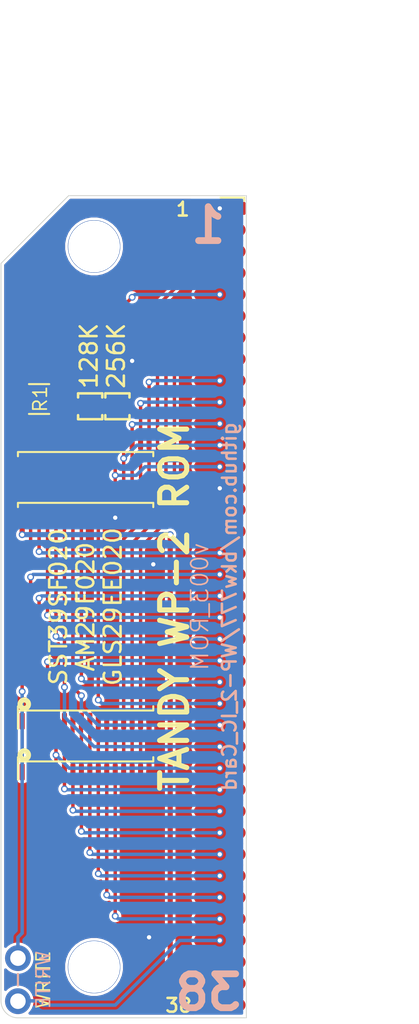
<source format=kicad_pcb>
(kicad_pcb (version 20171130) (host pcbnew 5.1.7-a382d34a8~87~ubuntu20.04.1)

  (general
    (thickness 0.8)
    (drawings 19)
    (tracks 228)
    (zones 0)
    (modules 6)
    (nets 33)
  )

  (page USLetter)
  (title_block
    (title "WP-2 128K RAM IC-Card")
    (date 2020-09-26)
    (company "Brian K. White - b.kenyon.w@gmail.com")
  )

  (layers
    (0 F.Cu signal)
    (31 B.Cu signal)
    (33 F.Adhes user)
    (35 F.Paste user)
    (36 B.SilkS user)
    (37 F.SilkS user)
    (38 B.Mask user)
    (39 F.Mask user)
    (40 Dwgs.User user)
    (41 Cmts.User user hide)
    (42 Eco1.User user hide)
    (43 Eco2.User user hide)
    (44 Edge.Cuts user)
    (45 Margin user hide)
    (46 B.CrtYd user hide)
    (47 F.CrtYd user hide)
    (49 F.Fab user hide)
  )

  (setup
    (last_trace_width 0.254)
    (user_trace_width 0.1524)
    (user_trace_width 0.1778)
    (user_trace_width 0.2032)
    (user_trace_width 0.3048)
    (user_trace_width 0.508)
    (trace_clearance 0.1524)
    (zone_clearance 0.16)
    (zone_45_only no)
    (trace_min 0.1524)
    (via_size 0.4064)
    (via_drill 0.254)
    (via_min_size 0.4064)
    (via_min_drill 0.254)
    (uvia_size 0.4064)
    (uvia_drill 0.254)
    (uvias_allowed no)
    (uvia_min_size 0.4064)
    (uvia_min_drill 0.254)
    (edge_width 0.05)
    (segment_width 0.2)
    (pcb_text_width 0.3)
    (pcb_text_size 1.5 1.5)
    (mod_edge_width 0.12)
    (mod_text_size 1 1)
    (mod_text_width 0.15)
    (pad_size 0.3 1)
    (pad_drill 0)
    (pad_to_mask_clearance 0)
    (aux_axis_origin 158.75 99.695)
    (grid_origin 158.75 99.695)
    (visible_elements FFFFFF7F)
    (pcbplotparams
      (layerselection 0x010f0_ffffffff)
      (usegerberextensions false)
      (usegerberattributes true)
      (usegerberadvancedattributes true)
      (creategerberjobfile true)
      (excludeedgelayer true)
      (linewidth 0.100000)
      (plotframeref false)
      (viasonmask false)
      (mode 1)
      (useauxorigin false)
      (hpglpennumber 1)
      (hpglpenspeed 20)
      (hpglpendiameter 15.000000)
      (psnegative false)
      (psa4output false)
      (plotreference true)
      (plotvalue true)
      (plotinvisibletext false)
      (padsonsilk false)
      (subtractmaskfromsilk false)
      (outputformat 1)
      (mirror false)
      (drillshape 0)
      (scaleselection 1)
      (outputdirectory "GERBER_WP-2_IC_Card_v003_ROM"))
  )

  (net 0 "")
  (net 1 GND)
  (net 2 /~CE1)
  (net 3 /~OE)
  (net 4 /D0)
  (net 5 /D1)
  (net 6 /D2)
  (net 7 /D3)
  (net 8 /D4)
  (net 9 /D5)
  (net 10 /D6)
  (net 11 /D7)
  (net 12 /A16)
  (net 13 /A15)
  (net 14 /A14)
  (net 15 /A13)
  (net 16 /A12)
  (net 17 /A11)
  (net 18 /A10)
  (net 19 /A9)
  (net 20 /A8)
  (net 21 /A7)
  (net 22 /A6)
  (net 23 /A5)
  (net 24 /A4)
  (net 25 /A3)
  (net 26 /A2)
  (net 27 /A1)
  (net 28 /A0)
  (net 29 VDD)
  (net 30 /A17)
  (net 31 /~WE)
  (net 32 /R~W)

  (net_class Default "This is the default net class."
    (clearance 0.1524)
    (trace_width 0.254)
    (via_dia 0.4064)
    (via_drill 0.254)
    (uvia_dia 0.4064)
    (uvia_drill 0.254)
    (diff_pair_width 0.1524)
    (diff_pair_gap 0.2032)
    (add_net /A0)
    (add_net /A1)
    (add_net /A10)
    (add_net /A11)
    (add_net /A12)
    (add_net /A13)
    (add_net /A14)
    (add_net /A15)
    (add_net /A16)
    (add_net /A17)
    (add_net /A2)
    (add_net /A3)
    (add_net /A4)
    (add_net /A5)
    (add_net /A6)
    (add_net /A7)
    (add_net /A8)
    (add_net /A9)
    (add_net /D0)
    (add_net /D1)
    (add_net /D2)
    (add_net /D3)
    (add_net /D4)
    (add_net /D5)
    (add_net /D6)
    (add_net /D7)
    (add_net /R~W)
    (add_net /~CE1)
    (add_net /~OE)
    (add_net /~WE)
    (add_net GND)
    (add_net VDD)
  )

  (module 0_LOCAL:JP2 (layer F.Cu) (tedit 5F8B1E86) (tstamp 5F8B2148)
    (at 145.25 121.695 90)
    (path /5F96166C)
    (fp_text reference JP1 (at 0 1.5 90) (layer F.SilkS) hide
      (effects (font (size 0.8128 0.8128) (thickness 0.0762)))
    )
    (fp_text value WR_EN (at 0 1.5 90) (layer F.SilkS) hide
      (effects (font (size 0.8 0.8) (thickness 0.1)))
    )
    (pad 1 thru_hole circle (at -1.27 0 90) (size 1.524 1.524) (drill 0.9144) (layers *.Cu *.Mask)
      (net 32 /R~W))
    (pad 2 thru_hole circle (at 1.27 0 90) (size 1.524 1.524) (drill 0.9144) (layers *.Cu *.Mask)
      (net 31 /~WE))
  )

  (module 0_LOCAL:WP-2_IC_Card_Carrier_v003 (layer F.Cu) (tedit 5F8936E5) (tstamp 5F885EF4)
    (at 158.75 99.695)
    (attr virtual)
    (fp_text reference Carrier (at 0 -2 270) (layer Dwgs.User) hide
      (effects (font (size 4 4) (thickness 0.12)))
    )
    (fp_text value WP-2_IC_Card_Carrier_v003 (at 0 2 270) (layer F.Fab) hide
      (effects (font (size 4 4) (thickness 0.01)))
    )
    (fp_line (start -3 22.5) (end -3 -22.5) (layer Dwgs.User) (width 0.12))
    (fp_line (start -13.75 -17.75) (end -13.75 17.75) (layer Dwgs.User) (width 0.12))
    (fp_line (start -5.5 23.5) (end -4 23.5) (layer Dwgs.User) (width 0.12))
    (fp_line (start 0 24.25) (end 0 -24.25) (layer Dwgs.User) (width 0.12))
    (fp_line (start -4 -23.5) (end -5.5 -23.5) (layer Dwgs.User) (width 0.12))
    (fp_line (start -12.75 -18.75) (end -9 -18.75) (layer Dwgs.User) (width 0.12))
    (fp_line (start -6.5 -22.5) (end -6.5 -21.25) (layer Dwgs.User) (width 0.12))
    (fp_line (start -6.5 22.5) (end -6.5 21.25) (layer Dwgs.User) (width 0.12))
    (fp_line (start -9 18.75) (end -12.75 18.75) (layer Dwgs.User) (width 0.12))
    (fp_line (start 0 24.25) (end -14.5 24.25) (layer Dwgs.User) (width 0.12))
    (fp_line (start -14.5 24.25) (end -14.5 -20.25) (layer Dwgs.User) (width 0.12))
    (fp_line (start -10.5 -24.25) (end 0 -24.25) (layer Dwgs.User) (width 0.12))
    (fp_line (start -14.5 -20.25) (end -10.5 -24.25) (layer Dwgs.User) (width 0.12))
    (fp_arc (start -4 22.5) (end -4 23.5) (angle -90) (layer Dwgs.User) (width 0.12))
    (fp_arc (start -5.5 22.5) (end -6.5 22.5) (angle -90) (layer Dwgs.User) (width 0.12))
    (fp_arc (start -12.75 17.75) (end -13.75 17.75) (angle -90) (layer Dwgs.User) (width 0.12))
    (fp_arc (start -4 -22.5) (end -3 -22.5) (angle -90) (layer Dwgs.User) (width 0.12))
    (fp_arc (start -5.5 -22.5) (end -5.5 -23.5) (angle -90) (layer Dwgs.User) (width 0.12))
    (fp_arc (start -12.75 -17.75) (end -12.75 -18.75) (angle -90) (layer Dwgs.User) (width 0.12))
    (fp_arc (start -9 -21.25) (end -9 -18.75) (angle -90) (layer Dwgs.User) (width 0.12))
    (fp_arc (start -9 21.25) (end -6.5 21.25) (angle -90) (layer Dwgs.User) (width 0.12))
    (pad "" np_thru_hole circle (at -9 21.25 180) (size 3.1 3.1) (drill 3.05) (layers *.Cu *.Mask))
    (pad "" np_thru_hole circle (at -9 -21.25 180) (size 3.1 3.1) (drill 3.05) (layers *.Cu *.Mask))
    (model /home/bkw/src/WP-2_IC_Card/Carrier/WP-2_IC_Card_Carrier_v003.step
      (offset (xyz 0 0 1.8))
      (scale (xyz 1 1 1))
      (rotate (xyz 0 180 -90))
    )
  )

  (module 0_LOCAL:TSOP32-20mm (layer F.Cu) (tedit 5F89342A) (tstamp 5F898D5A)
    (at 149.25 99.695)
    (descr "Module CMS TSOP 32 pins")
    (tags "CMS TSOP")
    (path /5FA8764D)
    (attr smd)
    (fp_text reference U1 (at -1.905 -0.508 90) (layer F.SilkS) hide
      (effects (font (size 1 1) (thickness 0.15)))
    )
    (fp_text value "FLASH 256Kx8 5v Parallel" (at 1.27 0 90) (layer F.Fab)
      (effects (font (size 1 1) (thickness 0.15)))
    )
    (fp_circle (center -3.625 8.75) (end -3.525 8.75) (layer F.SilkS) (width 0.3))
    (fp_line (start -4 9.125) (end 4 9.125) (layer F.SilkS) (width 0.12))
    (fp_line (start 4 -9.125) (end -4 -9.125) (layer F.SilkS) (width 0.12))
    (fp_line (start -4 10.2) (end -4 8.875) (layer F.SilkS) (width 0.12))
    (fp_line (start 4 9.125) (end 4 8.875) (layer F.SilkS) (width 0.12))
    (fp_line (start -4 -9.125) (end -4 -8.875) (layer F.SilkS) (width 0.12))
    (fp_line (start 4 -9.125) (end 4 -8.875) (layer F.SilkS) (width 0.12))
    (pad 1 smd roundrect (at -3.75 9.75) (size 0.3 1) (layers F.Cu F.Paste F.Mask) (roundrect_rratio 0.25))
    (pad 2 smd roundrect (at -3.25 9.75) (size 0.3 1) (layers F.Cu F.Paste F.Mask) (roundrect_rratio 0.25)
      (net 12 /A16))
    (pad 3 smd roundrect (at -2.75 9.75) (size 0.3 1) (layers F.Cu F.Paste F.Mask) (roundrect_rratio 0.25)
      (net 13 /A15))
    (pad 4 smd roundrect (at -2.25 9.75) (size 0.3 1) (layers F.Cu F.Paste F.Mask) (roundrect_rratio 0.25)
      (net 16 /A12))
    (pad 5 smd roundrect (at -1.75 9.75) (size 0.3 1) (layers F.Cu F.Paste F.Mask) (roundrect_rratio 0.25)
      (net 21 /A7))
    (pad 6 smd roundrect (at -1.25 9.75) (size 0.3 1) (layers F.Cu F.Paste F.Mask) (roundrect_rratio 0.25)
      (net 22 /A6))
    (pad 7 smd roundrect (at -0.75 9.75) (size 0.3 1) (layers F.Cu F.Paste F.Mask) (roundrect_rratio 0.25)
      (net 23 /A5))
    (pad 8 smd roundrect (at -0.25 9.75) (size 0.3 1) (layers F.Cu F.Paste F.Mask) (roundrect_rratio 0.25)
      (net 24 /A4))
    (pad 9 smd roundrect (at 0.25 9.75) (size 0.3 1) (layers F.Cu F.Paste F.Mask) (roundrect_rratio 0.25)
      (net 25 /A3))
    (pad 10 smd roundrect (at 0.75 9.75) (size 0.3 1) (layers F.Cu F.Paste F.Mask) (roundrect_rratio 0.25)
      (net 26 /A2))
    (pad 11 smd roundrect (at 1.25 9.75) (size 0.3 1) (layers F.Cu F.Paste F.Mask) (roundrect_rratio 0.25)
      (net 27 /A1))
    (pad 12 smd roundrect (at 1.75 9.75) (size 0.3 1) (layers F.Cu F.Paste F.Mask) (roundrect_rratio 0.25)
      (net 28 /A0))
    (pad 13 smd roundrect (at 2.25 9.75) (size 0.3 1) (layers F.Cu F.Paste F.Mask) (roundrect_rratio 0.25)
      (net 4 /D0))
    (pad 14 smd roundrect (at 2.75 9.75) (size 0.3 1) (layers F.Cu F.Paste F.Mask) (roundrect_rratio 0.25)
      (net 5 /D1))
    (pad 15 smd roundrect (at 3.25 9.75) (size 0.3 1) (layers F.Cu F.Paste F.Mask) (roundrect_rratio 0.25)
      (net 6 /D2))
    (pad 16 smd roundrect (at 3.75 9.75) (size 0.3 1) (layers F.Cu F.Paste F.Mask) (roundrect_rratio 0.25)
      (net 1 GND))
    (pad 17 smd roundrect (at 3.75 -9.75) (size 0.3 1) (layers F.Cu F.Paste F.Mask) (roundrect_rratio 0.25)
      (net 7 /D3))
    (pad 18 smd roundrect (at 3.25 -9.75) (size 0.3 1) (layers F.Cu F.Paste F.Mask) (roundrect_rratio 0.25)
      (net 8 /D4))
    (pad 19 smd roundrect (at 2.75 -9.75) (size 0.3 1) (layers F.Cu F.Paste F.Mask) (roundrect_rratio 0.25)
      (net 9 /D5))
    (pad 20 smd roundrect (at 2.25 -9.75) (size 0.3 1) (layers F.Cu F.Paste F.Mask) (roundrect_rratio 0.25)
      (net 10 /D6))
    (pad 21 smd roundrect (at 1.75 -9.75) (size 0.3 1) (layers F.Cu F.Paste F.Mask) (roundrect_rratio 0.25)
      (net 11 /D7))
    (pad 22 smd roundrect (at 1.25 -9.75) (size 0.3 1) (layers F.Cu F.Paste F.Mask) (roundrect_rratio 0.25)
      (net 2 /~CE1))
    (pad 23 smd roundrect (at 0.75 -9.75) (size 0.3 1) (layers F.Cu F.Paste F.Mask) (roundrect_rratio 0.25)
      (net 18 /A10))
    (pad 24 smd roundrect (at 0.25 -9.75) (size 0.3 1) (layers F.Cu F.Paste F.Mask) (roundrect_rratio 0.25)
      (net 3 /~OE))
    (pad 25 smd roundrect (at -0.25 -9.75) (size 0.3 1) (layers F.Cu F.Paste F.Mask) (roundrect_rratio 0.25)
      (net 17 /A11))
    (pad 26 smd roundrect (at -0.75 -9.75) (size 0.3 1) (layers F.Cu F.Paste F.Mask) (roundrect_rratio 0.25)
      (net 19 /A9))
    (pad 27 smd roundrect (at -1.25 -9.75) (size 0.3 1) (layers F.Cu F.Paste F.Mask) (roundrect_rratio 0.25)
      (net 20 /A8))
    (pad 28 smd roundrect (at -1.75 -9.75) (size 0.3 1) (layers F.Cu F.Paste F.Mask) (roundrect_rratio 0.25)
      (net 15 /A13))
    (pad 29 smd roundrect (at -2.25 -9.75) (size 0.3 1) (layers F.Cu F.Paste F.Mask) (roundrect_rratio 0.25)
      (net 14 /A14))
    (pad 30 smd roundrect (at -2.75 -9.75) (size 0.3 1) (layers F.Cu F.Paste F.Mask) (roundrect_rratio 0.25)
      (net 30 /A17))
    (pad 31 smd roundrect (at -3.25 -9.75) (size 0.3 1) (layers F.Cu F.Paste F.Mask) (roundrect_rratio 0.25)
      (net 31 /~WE))
    (pad 32 smd roundrect (at -3.75 -9.75) (size 0.3 1) (layers F.Cu F.Paste F.Mask) (roundrect_rratio 0.25)
      (net 29 VDD))
    (model ${KIPRJMOD}/3d/TSOP32_8X20.step_x
      (at (xyz 0 0 0))
      (scale (xyz 1 1 1))
      (rotate (xyz 0 0 -90))
    )
  )

  (module 0_LOCAL:TSOP32-14mm (layer F.Cu) (tedit 5F70AFD9) (tstamp 5F898D85)
    (at 149.25 99.695)
    (descr "Module CMS TSOP 32 pins")
    (tags "CMS TSOP")
    (path /5F906116)
    (attr smd)
    (fp_text reference U2 (at -1.905 -0.508 90) (layer F.SilkS) hide
      (effects (font (size 1 1) (thickness 0.15)))
    )
    (fp_text value "FLASH 256Kx8 5v Parallel" (at 1.27 0 90) (layer F.Fab)
      (effects (font (size 1 1) (thickness 0.15)))
    )
    (fp_circle (center -3.625 5.75) (end -3.525 5.75) (layer F.SilkS) (width 0.3))
    (fp_line (start -4 6.125) (end 4 6.125) (layer F.SilkS) (width 0.12))
    (fp_line (start 4 -6.125) (end -4 -6.125) (layer F.SilkS) (width 0.12))
    (fp_line (start -4 7.2) (end -4 5.875) (layer F.SilkS) (width 0.12))
    (fp_line (start 4 6.125) (end 4 5.875) (layer F.SilkS) (width 0.12))
    (fp_line (start -4 -6.125) (end -4 -5.875) (layer F.SilkS) (width 0.12))
    (fp_line (start 4 -6.125) (end 4 -5.875) (layer F.SilkS) (width 0.12))
    (pad 1 smd roundrect (at -3.75 6.75) (size 0.3 1) (layers F.Cu F.Paste F.Mask) (roundrect_rratio 0.25))
    (pad 2 smd roundrect (at -3.25 6.75) (size 0.3 1) (layers F.Cu F.Paste F.Mask) (roundrect_rratio 0.25)
      (net 12 /A16))
    (pad 3 smd roundrect (at -2.75 6.75) (size 0.3 1) (layers F.Cu F.Paste F.Mask) (roundrect_rratio 0.25)
      (net 13 /A15))
    (pad 4 smd roundrect (at -2.25 6.75) (size 0.3 1) (layers F.Cu F.Paste F.Mask) (roundrect_rratio 0.25)
      (net 16 /A12))
    (pad 5 smd roundrect (at -1.75 6.75) (size 0.3 1) (layers F.Cu F.Paste F.Mask) (roundrect_rratio 0.25)
      (net 21 /A7))
    (pad 6 smd roundrect (at -1.25 6.75) (size 0.3 1) (layers F.Cu F.Paste F.Mask) (roundrect_rratio 0.25)
      (net 22 /A6))
    (pad 7 smd roundrect (at -0.75 6.75) (size 0.3 1) (layers F.Cu F.Paste F.Mask) (roundrect_rratio 0.25)
      (net 23 /A5))
    (pad 8 smd roundrect (at -0.25 6.75) (size 0.3 1) (layers F.Cu F.Paste F.Mask) (roundrect_rratio 0.25)
      (net 24 /A4))
    (pad 9 smd roundrect (at 0.25 6.75) (size 0.3 1) (layers F.Cu F.Paste F.Mask) (roundrect_rratio 0.25)
      (net 25 /A3))
    (pad 10 smd roundrect (at 0.75 6.75) (size 0.3 1) (layers F.Cu F.Paste F.Mask) (roundrect_rratio 0.25)
      (net 26 /A2))
    (pad 11 smd roundrect (at 1.25 6.75) (size 0.3 1) (layers F.Cu F.Paste F.Mask) (roundrect_rratio 0.25)
      (net 27 /A1))
    (pad 12 smd roundrect (at 1.75 6.75) (size 0.3 1) (layers F.Cu F.Paste F.Mask) (roundrect_rratio 0.25)
      (net 28 /A0))
    (pad 13 smd roundrect (at 2.25 6.75) (size 0.3 1) (layers F.Cu F.Paste F.Mask) (roundrect_rratio 0.25)
      (net 4 /D0))
    (pad 14 smd roundrect (at 2.75 6.75) (size 0.3 1) (layers F.Cu F.Paste F.Mask) (roundrect_rratio 0.25)
      (net 5 /D1))
    (pad 15 smd roundrect (at 3.25 6.75) (size 0.3 1) (layers F.Cu F.Paste F.Mask) (roundrect_rratio 0.25)
      (net 6 /D2))
    (pad 16 smd roundrect (at 3.75 6.75) (size 0.3 1) (layers F.Cu F.Paste F.Mask) (roundrect_rratio 0.25)
      (net 1 GND))
    (pad 17 smd roundrect (at 3.75 -6.75) (size 0.3 1) (layers F.Cu F.Paste F.Mask) (roundrect_rratio 0.25)
      (net 7 /D3))
    (pad 18 smd roundrect (at 3.25 -6.75) (size 0.3 1) (layers F.Cu F.Paste F.Mask) (roundrect_rratio 0.25)
      (net 8 /D4))
    (pad 19 smd roundrect (at 2.75 -6.75) (size 0.3 1) (layers F.Cu F.Paste F.Mask) (roundrect_rratio 0.25)
      (net 9 /D5))
    (pad 20 smd roundrect (at 2.25 -6.75) (size 0.3 1) (layers F.Cu F.Paste F.Mask) (roundrect_rratio 0.25)
      (net 10 /D6))
    (pad 21 smd roundrect (at 1.75 -6.75) (size 0.3 1) (layers F.Cu F.Paste F.Mask) (roundrect_rratio 0.25)
      (net 11 /D7))
    (pad 22 smd roundrect (at 1.25 -6.75) (size 0.3 1) (layers F.Cu F.Paste F.Mask) (roundrect_rratio 0.25)
      (net 2 /~CE1))
    (pad 23 smd roundrect (at 0.75 -6.75) (size 0.3 1) (layers F.Cu F.Paste F.Mask) (roundrect_rratio 0.25)
      (net 18 /A10))
    (pad 24 smd roundrect (at 0.25 -6.75) (size 0.3 1) (layers F.Cu F.Paste F.Mask) (roundrect_rratio 0.25)
      (net 3 /~OE))
    (pad 25 smd roundrect (at -0.25 -6.75) (size 0.3 1) (layers F.Cu F.Paste F.Mask) (roundrect_rratio 0.25)
      (net 17 /A11))
    (pad 26 smd roundrect (at -0.75 -6.75) (size 0.3 1) (layers F.Cu F.Paste F.Mask) (roundrect_rratio 0.25)
      (net 19 /A9))
    (pad 27 smd roundrect (at -1.25 -6.75) (size 0.3 1) (layers F.Cu F.Paste F.Mask) (roundrect_rratio 0.25)
      (net 20 /A8))
    (pad 28 smd roundrect (at -1.75 -6.75) (size 0.3 1) (layers F.Cu F.Paste F.Mask) (roundrect_rratio 0.25)
      (net 15 /A13))
    (pad 29 smd roundrect (at -2.25 -6.75) (size 0.3 1) (layers F.Cu F.Paste F.Mask) (roundrect_rratio 0.25)
      (net 14 /A14))
    (pad 30 smd roundrect (at -2.75 -6.75) (size 0.3 1) (layers F.Cu F.Paste F.Mask) (roundrect_rratio 0.25)
      (net 30 /A17))
    (pad 31 smd roundrect (at -3.25 -6.75) (size 0.3 1) (layers F.Cu F.Paste F.Mask) (roundrect_rratio 0.25)
      (net 31 /~WE))
    (pad 32 smd roundrect (at -3.75 -6.75) (size 0.3 1) (layers F.Cu F.Paste F.Mask) (roundrect_rratio 0.25)
      (net 29 VDD))
    (model ${KIPRJMOD}/3d/TSOP32_8x14.step
      (at (xyz 0 0 0))
      (scale (xyz 1 1 1))
      (rotate (xyz 0 0 -90))
    )
  )

  (module 0_LOCAL:R_0805 (layer F.Cu) (tedit 5F7A92BF) (tstamp 5F898D2F)
    (at 146.5 87.445)
    (descr "Resistor SMD 0805, reflow soldering, Vishay (see dcrcw.pdf)")
    (tags "resistor 0805")
    (path /5F8FDC45)
    (attr smd)
    (fp_text reference R1 (at 0.0635 0 90 unlocked) (layer F.SilkS)
      (effects (font (size 0.8 0.8) (thickness 0.1)))
    )
    (fp_text value 47K (at 0 1.75) (layer F.Fab)
      (effects (font (size 1 1) (thickness 0.15)))
    )
    (fp_line (start -1 0.62) (end -1 -0.62) (layer F.Fab) (width 0.1))
    (fp_line (start 1 0.62) (end -1 0.62) (layer F.Fab) (width 0.1))
    (fp_line (start 1 -0.62) (end 1 0.62) (layer F.Fab) (width 0.1))
    (fp_line (start -1 -0.62) (end 1 -0.62) (layer F.Fab) (width 0.1))
    (fp_line (start 0.6 0.88) (end -0.6 0.88) (layer F.SilkS) (width 0.12))
    (fp_line (start -0.6 -0.88) (end 0.6 -0.88) (layer F.SilkS) (width 0.12))
    (fp_line (start -1.55 -0.9) (end 1.55 -0.9) (layer F.CrtYd) (width 0.05))
    (fp_line (start -1.55 -0.9) (end -1.55 0.9) (layer F.CrtYd) (width 0.05))
    (fp_line (start 1.55 0.9) (end 1.55 -0.9) (layer F.CrtYd) (width 0.05))
    (fp_line (start 1.55 0.9) (end -1.55 0.9) (layer F.CrtYd) (width 0.05))
    (fp_text user %R (at 0 0) (layer F.Fab)
      (effects (font (size 0.5 0.5) (thickness 0.075)))
    )
    (pad 1 smd rect (at -0.95 0) (size 0.7 1.3) (layers F.Cu F.Paste F.Mask)
      (net 29 VDD))
    (pad 2 smd rect (at 0.95 0) (size 0.7 1.3) (layers F.Cu F.Paste F.Mask)
      (net 31 /~WE))
    (model ${KIPRJMOD}/3d/R_0805_2012Metric.step
      (at (xyz 0 0 0))
      (scale (xyz 1 1 1))
      (rotate (xyz 0 0 0))
    )
  )

  (module 0_LOCAL:PinSocket_1x38x1.27_edge_s (layer F.Cu) (tedit 5F7C31EE) (tstamp 5F74043C)
    (at 158.75 99.695)
    (descr "Through hole straight socket strip, 1x38, 1.27mm pitch, single row")
    (tags "Through hole socket strip THT 1x38 1.27mm single row")
    (path /5F6EF0A3)
    (attr smd)
    (fp_text reference J1 (at -2.8956 4.4196 -90) (layer F.SilkS) hide
      (effects (font (size 1 1) (thickness 0.15)))
    )
    (fp_text value Conn_01x38_Female (at -2.921 23.114 -90) (layer F.Fab)
      (effects (font (size 1 1) (thickness 0.15)))
    )
    (fp_line (start -1.524 -24.13) (end -0.127 -24.13) (layer F.SilkS) (width 0.12))
    (fp_line (start -0.127 -24.13) (end -0.127 -23.9395) (layer F.SilkS) (width 0.12))
    (fp_line (start 5.08 -24.13) (end 8.509 -24.13) (layer F.Fab) (width 0.08))
    (fp_line (start 8.509 -24.13) (end 8.509 24.13) (layer F.Fab) (width 0.08))
    (fp_line (start 8.509 24.13) (end 5.08 24.13) (layer F.Fab) (width 0.08))
    (fp_line (start 0.1905 -22.5425) (end 6.0325 -22.5425) (layer F.Fab) (width 0.08))
    (fp_line (start 0.1905 -21.9075) (end 6.0325 -21.9075) (layer F.Fab) (width 0.08))
    (fp_line (start 0.1905 -21.9075) (end 0 -22.098) (layer F.Fab) (width 0.08))
    (fp_line (start 0.1905 -22.5425) (end 0 -22.352) (layer F.Fab) (width 0.08))
    (fp_line (start 0 -22.352) (end 0 -22.098) (layer F.Fab) (width 0.08))
    (fp_line (start 6.0325 -22.5425) (end 6.0325 -21.9075) (layer F.Fab) (width 0.08))
    (fp_line (start 2.794 -18.0975) (end 2.6035 -18.288) (layer F.Fab) (width 0.08))
    (fp_line (start 2.794 -18.7325) (end 8.636 -18.7325) (layer F.Fab) (width 0.08))
    (fp_line (start 2.794 -18.7325) (end 2.6035 -18.542) (layer F.Fab) (width 0.08))
    (fp_line (start 2.794 -18.0975) (end 8.636 -18.0975) (layer F.Fab) (width 0.08))
    (fp_line (start 2.6035 -18.288) (end 2.6035 -18.542) (layer F.Fab) (width 0.08))
    (fp_line (start 8.636 -18.0975) (end 8.636 -18.7325) (layer F.Fab) (width 0.08))
    (fp_line (start 3.7465 -22.6695) (end 3.7465 -25.4) (layer F.Fab) (width 0.08))
    (fp_line (start 3.7465 -22.6695) (end 3.556 -22.86) (layer F.Fab) (width 0.08))
    (fp_line (start 3.7465 -22.6695) (end 3.937 -22.86) (layer F.Fab) (width 0.08))
    (fp_line (start 4.3815 -24.257) (end 4.572 -24.4475) (layer F.Fab) (width 0.08))
    (fp_line (start 4.3815 -24.257) (end 4.191 -24.4475) (layer F.Fab) (width 0.08))
    (fp_line (start 4.3815 -24.257) (end 4.3815 -25.4) (layer F.Fab) (width 0.08))
    (fp_line (start 3.7465 -25.4) (end 4.3815 -25.4) (layer F.Fab) (width 0.08))
    (fp_line (start 4.3815 -25.4) (end 4.064 -25.4) (layer F.Fab) (width 0.08))
    (fp_line (start 4.064 -25.4) (end 4.064 -26.035) (layer F.Fab) (width 0.08))
    (fp_line (start 7.62 -18.8595) (end 7.8105 -19.05) (layer F.Fab) (width 0.08))
    (fp_line (start 7.62 -18.8595) (end 7.4295 -19.05) (layer F.Fab) (width 0.08))
    (fp_line (start 7.62 -18.8595) (end 7.62 -25.4) (layer F.Fab) (width 0.08))
    (fp_line (start 8.255 -24.257) (end 8.255 -25.4) (layer F.Fab) (width 0.08))
    (fp_line (start 8.255 -25.4) (end 7.9375 -25.4) (layer F.Fab) (width 0.08))
    (fp_line (start 8.255 -24.257) (end 8.4455 -24.4475) (layer F.Fab) (width 0.08))
    (fp_line (start 7.62 -25.4) (end 8.255 -25.4) (layer F.Fab) (width 0.08))
    (fp_line (start 8.255 -24.257) (end 8.0645 -24.4475) (layer F.Fab) (width 0.08))
    (fp_line (start 7.9375 -25.4) (end 7.9375 -26.035) (layer F.Fab) (width 0.08))
    (fp_line (start 0 -24.13) (end 4.3815 -24.13) (layer F.Fab) (width 0.08))
    (fp_line (start 4.3815 -24.13) (end 4.3815 24.13) (layer F.Fab) (width 0.08))
    (fp_line (start 4.3815 24.13) (end 0 24.13) (layer F.Fab) (width 0.08))
    (fp_line (start 0 24.13) (end 0 -24.13) (layer F.Fab) (width 0.08))
    (fp_text user "pins 6.0mm" (at 9.8425 -20.574 -90) (layer F.Fab)
      (effects (font (size 0.5 0.5) (thickness 0.05)))
    )
    (fp_text user "Height 8.5mm, Bottom 2.5mm" (at 7.112 -30.0355 -90) (layer F.Fab)
      (effects (font (size 0.5 0.5) (thickness 0.05)))
    )
    (fp_text user "samtec header" (at 8.001 -28.956 -90) (layer F.Fab)
      (effects (font (size 0.5 0.5) (thickness 0.05)))
    )
    (fp_text user "Height 4.4mm, Bottom 0mm" (at 3.2385 -29.718 -90) (layer F.Fab)
      (effects (font (size 0.5 0.5) (thickness 0.05)))
    )
    (fp_text user "generic header" (at 4.1275 -28.956 -90) (layer F.Fab)
      (effects (font (size 0.5 0.5) (thickness 0.05)))
    )
    (fp_text user %R (at 0 -1.695) (layer F.Fab) hide
      (effects (font (size 1 1) (thickness 0.15)))
    )
    (pad 1 smd roundrect (at -1.57 -23.495) (size 3.048 0.762) (layers F.Cu F.Paste F.Mask) (roundrect_rratio 0.1)
      (net 1 GND))
    (pad 2 smd oval (at -1.57 -22.225) (size 3.048 0.762) (layers F.Cu F.Paste F.Mask))
    (pad 3 smd oval (at -1.57 -20.955) (size 3.048 0.762) (layers F.Cu F.Paste F.Mask))
    (pad 4 smd oval (at -1.57 -19.685) (size 3.048 0.762) (layers F.Cu F.Paste F.Mask)
      (net 2 /~CE1))
    (pad 5 smd oval (at -1.57 -18.415) (size 3.048 0.762) (layers F.Cu F.Paste F.Mask)
      (net 3 /~OE))
    (pad 6 smd oval (at -1.57 -17.145) (size 3.048 0.762) (layers F.Cu F.Paste F.Mask)
      (net 4 /D0))
    (pad 7 smd oval (at -1.57 -15.875) (size 3.048 0.762) (layers F.Cu F.Paste F.Mask)
      (net 5 /D1))
    (pad 8 smd oval (at -1.57 -14.605) (size 3.048 0.762) (layers F.Cu F.Paste F.Mask)
      (net 6 /D2))
    (pad 9 smd oval (at -1.57 -13.335) (size 3.048 0.762) (layers F.Cu F.Paste F.Mask)
      (net 7 /D3))
    (pad 10 smd oval (at -1.57 -12.065) (size 3.048 0.762) (layers F.Cu F.Paste F.Mask)
      (net 8 /D4))
    (pad 11 smd oval (at -1.57 -10.795) (size 3.048 0.762) (layers F.Cu F.Paste F.Mask)
      (net 9 /D5))
    (pad 12 smd oval (at -1.57 -9.525) (size 3.048 0.762) (layers F.Cu F.Paste F.Mask)
      (net 10 /D6))
    (pad 13 smd oval (at -1.57 -8.255) (size 3.048 0.762) (layers F.Cu F.Paste F.Mask)
      (net 11 /D7))
    (pad 14 smd oval (at -1.57 -6.985) (size 3.048 0.762) (layers F.Cu F.Paste F.Mask)
      (net 1 GND))
    (pad 15 smd oval (at -1.57 -5.715) (size 3.048 0.762) (layers F.Cu F.Paste F.Mask))
    (pad 16 smd oval (at -1.57 -4.445) (size 3.048 0.762) (layers F.Cu F.Paste F.Mask))
    (pad 17 smd oval (at -1.57 -3.175) (size 3.048 0.762) (layers F.Cu F.Paste F.Mask)
      (net 30 /A17))
    (pad 18 smd oval (at -1.57 -1.905) (size 3.048 0.762) (layers F.Cu F.Paste F.Mask)
      (net 12 /A16))
    (pad 19 smd oval (at -1.57 -0.635) (size 3.048 0.762) (layers F.Cu F.Paste F.Mask)
      (net 13 /A15))
    (pad 20 smd oval (at -1.57 0.635) (size 3.048 0.762) (layers F.Cu F.Paste F.Mask)
      (net 14 /A14))
    (pad 21 smd oval (at -1.57 1.905) (size 3.048 0.762) (layers F.Cu F.Paste F.Mask)
      (net 15 /A13))
    (pad 22 smd oval (at -1.57 3.175) (size 3.048 0.762) (layers F.Cu F.Paste F.Mask)
      (net 16 /A12))
    (pad 23 smd oval (at -1.57 4.445) (size 3.048 0.762) (layers F.Cu F.Paste F.Mask)
      (net 17 /A11))
    (pad 24 smd oval (at -1.57 5.715) (size 3.048 0.762) (layers F.Cu F.Paste F.Mask)
      (net 18 /A10))
    (pad 25 smd oval (at -1.57 6.985) (size 3.048 0.762) (layers F.Cu F.Paste F.Mask)
      (net 19 /A9))
    (pad 26 smd oval (at -1.57 8.255) (size 3.048 0.762) (layers F.Cu F.Paste F.Mask)
      (net 20 /A8))
    (pad 27 smd oval (at -1.57 9.525) (size 3.048 0.762) (layers F.Cu F.Paste F.Mask)
      (net 21 /A7))
    (pad 28 smd oval (at -1.57 10.795) (size 3.048 0.762) (layers F.Cu F.Paste F.Mask)
      (net 22 /A6))
    (pad 29 smd oval (at -1.57 12.065) (size 3.048 0.762) (layers F.Cu F.Paste F.Mask)
      (net 23 /A5))
    (pad 30 smd oval (at -1.57 13.335) (size 3.048 0.762) (layers F.Cu F.Paste F.Mask)
      (net 24 /A4))
    (pad 31 smd oval (at -1.57 14.605) (size 3.048 0.762) (layers F.Cu F.Paste F.Mask)
      (net 25 /A3))
    (pad 32 smd oval (at -1.57 15.875) (size 3.048 0.762) (layers F.Cu F.Paste F.Mask)
      (net 26 /A2))
    (pad 33 smd oval (at -1.57 17.145) (size 3.048 0.762) (layers F.Cu F.Paste F.Mask)
      (net 27 /A1))
    (pad 34 smd oval (at -1.57 18.415) (size 3.048 0.762) (layers F.Cu F.Paste F.Mask)
      (net 28 /A0))
    (pad 35 smd oval (at -1.57 19.685) (size 3.048 0.762) (layers F.Cu F.Paste F.Mask)
      (net 32 /R~W))
    (pad 36 smd oval (at -1.57 20.955) (size 3.048 0.762) (layers F.Cu F.Paste F.Mask))
    (pad 37 smd oval (at -1.57 22.225) (size 3.048 0.762) (layers F.Cu F.Paste F.Mask))
    (pad 38 smd oval (at -1.57 23.495) (size 3.048 0.762) (layers F.Cu F.Paste F.Mask)
      (net 29 VDD))
    (model ${KIPRJMOD}/3d/PinSocket_1x38_P1.27mm_Vertical.step_x
      (offset (xyz 0 23.495 0.1))
      (scale (xyz 1 1 1))
      (rotate (xyz 0 -90 0))
    )
    (model ${KIPRJMOD}/3d/SMS-138-01-x-x.step
      (offset (xyz 0 0 0.25))
      (scale (xyz 1 1 1))
      (rotate (xyz 0 0 90))
    )
  )

  (gr_text 1 (at 156.5 77.195) (layer B.SilkS) (tstamp 5F8D1C95)
    (effects (font (size 2 2) (thickness 0.4)) (justify mirror))
  )
  (gr_text 38 (at 156.5 122.445) (layer B.SilkS)
    (effects (font (size 2 2) (thickness 0.4)) (justify mirror))
  )
  (gr_text "SST39SF020\nAM29F020\nGLS29EE020" (at 149.25 99.695 90) (layer F.SilkS)
    (effects (font (size 1 1) (thickness 0.15)))
  )
  (gr_line (start 145.25 122.045) (end 145.25 121.345) (layer F.SilkS) (width 0.12) (tstamp 5F8B2E1F))
  (gr_text WRITE (at 146.75 121.695 90) (layer F.SilkS) (tstamp 5F8B2D20)
    (effects (font (size 0.8 0.8) (thickness 0.1)))
  )
  (gr_line (start 145.25 121.345) (end 145.25 122.045) (layer B.SilkS) (width 0.12))
  (gr_text WRITE (at 146.75 121.695 -270) (layer B.SilkS)
    (effects (font (size 0.8 0.8) (thickness 0.1)) (justify mirror))
  )
  (gr_text "[ ]128K\n[ ]256K" (at 150.25 85.945 90) (layer F.SilkS)
    (effects (font (size 1 1) (thickness 0.15)))
  )
  (gr_text "TANDY WP-2 ROM" (at 154.5 99.695 90) (layer F.SilkS)
    (effects (font (size 1.6 1.6) (thickness 0.3)))
  )
  (gr_arc (start 145.25 122.945) (end 144.25 122.945) (angle -90) (layer Edge.Cuts) (width 0.05))
  (gr_line (start 144.25 79.445) (end 148.25 75.445) (layer Edge.Cuts) (width 0.05))
  (gr_line (start 158.75 123.945) (end 158.75 75.445) (layer Edge.Cuts) (width 0.05) (tstamp 5F759583))
  (gr_line (start 145.25 123.945) (end 158.75 123.945) (layer Edge.Cuts) (width 0.05))
  (gr_line (start 144.25 79.445) (end 144.25 122.945) (layer Edge.Cuts) (width 0.05))
  (gr_line (start 158.75 75.445) (end 148.25 75.445) (layer Edge.Cuts) (width 0.05))
  (gr_text v003_ROM (at 156 99.695 -270) (layer B.SilkS)
    (effects (font (size 1 1) (thickness 0.1)) (justify mirror))
  )
  (gr_text 38 (at 154.75 123.2154) (layer F.SilkS) (tstamp 5F712A00)
    (effects (font (size 0.8128 0.8128) (thickness 0.1524)))
  )
  (gr_text 1 (at 154.9948 76.2508) (layer F.SilkS) (tstamp 5F7129FD)
    (effects (font (size 0.8128 0.8128) (thickness 0.1524)))
  )
  (gr_text github.com/bkw777/WP-2_IC_Card (at 157.75 99.695 -270) (layer B.SilkS) (tstamp 5F7129FA)
    (effects (font (size 0.8128 0.8128) (thickness 0.1524)) (justify mirror))
  )

  (segment (start 145.5 109.445) (end 145.5 106.445) (width 0.2032) (layer F.Cu) (net 0))
  (via (at 157.18 92.71) (size 0.4064) (drill 0.254) (layers F.Cu B.Cu) (net 1))
  (via (at 157.18 76.2) (size 0.4064) (drill 0.254) (layers F.Cu B.Cu) (net 1))
  (via (at 153.25 97.195) (size 0.4064) (drill 0.254) (layers F.Cu B.Cu) (net 1))
  (via (at 152 85.195) (size 0.4064) (drill 0.254) (layers F.Cu B.Cu) (net 1))
  (via (at 151 94.445) (size 0.4064) (drill 0.254) (layers F.Cu B.Cu) (net 1))
  (via (at 153 119.195) (size 0.4064) (drill 0.254) (layers F.Cu B.Cu) (net 1))
  (segment (start 150.5 92.945) (end 150.5 89.945) (width 0.2032) (layer F.Cu) (net 2))
  (segment (start 155.435 80.01) (end 157.18 80.01) (width 0.2032) (layer F.Cu) (net 2))
  (segment (start 150.5 84.945) (end 155.435 80.01) (width 0.2032) (layer F.Cu) (net 2))
  (segment (start 150.5 89.945) (end 150.5 84.945) (width 0.2032) (layer F.Cu) (net 2))
  (via (at 157.18 81.28) (size 0.4064) (drill 0.254) (layers F.Cu B.Cu) (net 3))
  (segment (start 149.5 92.945) (end 149.5 89.945) (width 0.2032) (layer F.Cu) (net 3))
  (segment (start 152.165 81.28) (end 157.18 81.28) (width 0.2032) (layer B.Cu) (net 3))
  (segment (start 152 81.445) (end 152.165 81.28) (width 0.2032) (layer B.Cu) (net 3))
  (via (at 152 81.445) (size 0.4064) (drill 0.254) (layers F.Cu B.Cu) (net 3))
  (segment (start 149.5 83.945) (end 149.5 89.945) (width 0.2032) (layer F.Cu) (net 3))
  (segment (start 152 81.445) (end 149.5 83.945) (width 0.2032) (layer F.Cu) (net 3))
  (segment (start 151.5 109.445) (end 151.5 106.445) (width 0.2032) (layer F.Cu) (net 4))
  (segment (start 155.395 82.55) (end 157.18 82.55) (width 0.2032) (layer F.Cu) (net 4))
  (segment (start 153.5 84.445) (end 155.395 82.55) (width 0.2032) (layer F.Cu) (net 4))
  (segment (start 153.5 93.695) (end 153.5 84.445) (width 0.2032) (layer F.Cu) (net 4))
  (segment (start 151.5 95.695) (end 153.5 93.695) (width 0.2032) (layer F.Cu) (net 4))
  (segment (start 151.5 106.445) (end 151.5 95.695) (width 0.2032) (layer F.Cu) (net 4))
  (segment (start 152 109.445) (end 152 106.445) (width 0.2032) (layer F.Cu) (net 5))
  (segment (start 155.125 83.82) (end 157.18 83.82) (width 0.2032) (layer F.Cu) (net 5))
  (segment (start 154 84.945) (end 155.125 83.82) (width 0.2032) (layer F.Cu) (net 5))
  (segment (start 154 93.945) (end 154 84.945) (width 0.2032) (layer F.Cu) (net 5))
  (segment (start 152 95.945) (end 154 93.945) (width 0.2032) (layer F.Cu) (net 5))
  (segment (start 152 106.445) (end 152 95.945) (width 0.2032) (layer F.Cu) (net 5))
  (segment (start 152.5 109.445) (end 152.5 106.445) (width 0.2032) (layer F.Cu) (net 6))
  (segment (start 154.5 85.445) (end 154.855 85.09) (width 0.2032) (layer F.Cu) (net 6))
  (segment (start 154.855 85.09) (end 157.18 85.09) (width 0.2032) (layer F.Cu) (net 6))
  (segment (start 154.5 94.195) (end 154.5 85.445) (width 0.2032) (layer F.Cu) (net 6))
  (segment (start 152.5 96.195) (end 154.5 94.195) (width 0.2032) (layer F.Cu) (net 6))
  (segment (start 152.5 106.445) (end 152.5 96.195) (width 0.2032) (layer F.Cu) (net 6))
  (via (at 157.18 86.36) (size 0.4064) (drill 0.254) (layers F.Cu B.Cu) (net 7))
  (segment (start 153 92.945) (end 153 89.945) (width 0.2032) (layer F.Cu) (net 7))
  (segment (start 157.18 86.36) (end 153.085 86.36) (width 0.2032) (layer B.Cu) (net 7))
  (segment (start 153.085 86.36) (end 153 86.445) (width 0.2032) (layer B.Cu) (net 7))
  (segment (start 153 86.445) (end 153 86.445) (width 0.2032) (layer B.Cu) (net 7) (tstamp 5F89C3FA))
  (via (at 153 86.445) (size 0.4064) (drill 0.254) (layers F.Cu B.Cu) (net 7))
  (segment (start 153 89.945) (end 153 86.445) (width 0.2032) (layer F.Cu) (net 7))
  (via (at 157.18 87.63) (size 0.4064) (drill 0.254) (layers F.Cu B.Cu) (net 8))
  (segment (start 152.5 92.945) (end 152.5 89.945) (width 0.2032) (layer F.Cu) (net 8))
  (segment (start 157.18 87.63) (end 152.565 87.63) (width 0.2032) (layer B.Cu) (net 8))
  (segment (start 152.565 87.63) (end 152.5 87.695) (width 0.2032) (layer B.Cu) (net 8))
  (segment (start 152.5 87.695) (end 152.5 87.695) (width 0.2032) (layer B.Cu) (net 8) (tstamp 5F89C376))
  (via (at 152.5 87.695) (size 0.4064) (drill 0.254) (layers F.Cu B.Cu) (net 8))
  (segment (start 152.5 89.945) (end 152.5 87.695) (width 0.2032) (layer F.Cu) (net 8))
  (via (at 157.18 88.9) (size 0.4064) (drill 0.254) (layers F.Cu B.Cu) (net 9))
  (segment (start 152 92.945) (end 152 89.945) (width 0.2032) (layer F.Cu) (net 9))
  (segment (start 157.18 88.9) (end 152.045 88.9) (width 0.2032) (layer B.Cu) (net 9))
  (segment (start 152.045 88.9) (end 152 88.945) (width 0.2032) (layer B.Cu) (net 9))
  (segment (start 152 88.945) (end 152 88.945) (width 0.2032) (layer B.Cu) (net 9) (tstamp 5F89C270))
  (via (at 152 88.945) (size 0.4064) (drill 0.254) (layers F.Cu B.Cu) (net 9))
  (segment (start 152 89.945) (end 152 88.945) (width 0.2032) (layer F.Cu) (net 9))
  (via (at 157.18 90.17) (size 0.4064) (drill 0.254) (layers F.Cu B.Cu) (net 10))
  (segment (start 151.5 92.945) (end 151.5 89.945) (width 0.2032) (layer F.Cu) (net 10))
  (segment (start 157.18 90.17) (end 152.275 90.17) (width 0.2032) (layer B.Cu) (net 10))
  (segment (start 152.275 90.17) (end 151.5 90.945) (width 0.2032) (layer B.Cu) (net 10))
  (segment (start 151.5 90.945) (end 151.5 90.945) (width 0.2032) (layer B.Cu) (net 10) (tstamp 5F89C1AA))
  (via (at 151.5 90.945) (size 0.4064) (drill 0.254) (layers F.Cu B.Cu) (net 10))
  (via (at 157.18 91.44) (size 0.4064) (drill 0.254) (layers F.Cu B.Cu) (net 11))
  (segment (start 151 92.945) (end 151 91.945) (width 0.2032) (layer F.Cu) (net 11))
  (segment (start 151 91.945) (end 151 89.945) (width 0.2032) (layer F.Cu) (net 11) (tstamp 5F89C0E4))
  (via (at 151 91.945) (size 0.4064) (drill 0.254) (layers F.Cu B.Cu) (net 11))
  (segment (start 152.25 91.945) (end 151 91.945) (width 0.2032) (layer B.Cu) (net 11))
  (segment (start 152.755 91.44) (end 152.25 91.945) (width 0.2032) (layer B.Cu) (net 11))
  (segment (start 157.18 91.44) (end 152.755 91.44) (width 0.2032) (layer B.Cu) (net 11))
  (segment (start 157.23 97.79) (end 157.23 97.79) (width 0.254) (layer F.Cu) (net 12) (tstamp 5F712BA1))
  (via (at 157.18 97.79) (size 0.4064) (drill 0.254) (layers F.Cu B.Cu) (net 12))
  (segment (start 146 109.445) (end 146 106.445) (width 0.2032) (layer F.Cu) (net 12))
  (segment (start 157.18 97.79) (end 146.155 97.79) (width 0.2032) (layer B.Cu) (net 12))
  (segment (start 146.155 97.79) (end 146 97.945) (width 0.2032) (layer B.Cu) (net 12))
  (segment (start 146 97.945) (end 146 97.945) (width 0.2032) (layer B.Cu) (net 12) (tstamp 5F89CA04))
  (via (at 146 97.945) (size 0.4064) (drill 0.254) (layers F.Cu B.Cu) (net 12))
  (segment (start 146 106.445) (end 146 97.945) (width 0.2032) (layer F.Cu) (net 12))
  (via (at 157.18 99.06) (size 0.4064) (drill 0.254) (layers F.Cu B.Cu) (net 13))
  (segment (start 146.5 109.445) (end 146.5 106.445) (width 0.2032) (layer F.Cu) (net 13))
  (segment (start 157.18 99.06) (end 146.635 99.06) (width 0.2032) (layer B.Cu) (net 13))
  (segment (start 146.635 99.06) (end 146.5 99.195) (width 0.2032) (layer B.Cu) (net 13))
  (segment (start 146.5 99.195) (end 146.5 99.195) (width 0.2032) (layer B.Cu) (net 13) (tstamp 5F89CAC9))
  (via (at 146.5 99.195) (size 0.4064) (drill 0.254) (layers F.Cu B.Cu) (net 13))
  (segment (start 146.5 106.445) (end 146.5 99.195) (width 0.2032) (layer F.Cu) (net 13))
  (segment (start 157.23 100.33) (end 157.23 100.33) (width 0.254) (layer F.Cu) (net 14) (tstamp 5F712AC9))
  (via (at 157.18 100.33) (size 0.4064) (drill 0.254) (layers F.Cu B.Cu) (net 14))
  (segment (start 147 92.945) (end 147 89.945) (width 0.2032) (layer F.Cu) (net 14))
  (segment (start 157.18 100.33) (end 147.135 100.33) (width 0.2032) (layer B.Cu) (net 14))
  (segment (start 147.135 100.33) (end 147 100.195) (width 0.2032) (layer B.Cu) (net 14))
  (segment (start 147 100.195) (end 147 100.195) (width 0.2032) (layer B.Cu) (net 14) (tstamp 5F89CB4D))
  (via (at 147 100.195) (size 0.4064) (drill 0.254) (layers F.Cu B.Cu) (net 14))
  (segment (start 147 92.945) (end 147 100.195) (width 0.2032) (layer F.Cu) (net 14))
  (via (at 157.18 101.6) (size 0.4064) (drill 0.254) (layers F.Cu B.Cu) (net 15))
  (segment (start 147.5 92.945) (end 147.5 89.945) (width 0.2032) (layer F.Cu) (net 15))
  (segment (start 157.18 101.6) (end 147.655 101.6) (width 0.2032) (layer B.Cu) (net 15))
  (segment (start 147.655 101.6) (end 147.5 101.445) (width 0.2032) (layer B.Cu) (net 15))
  (segment (start 147.5 101.445) (end 147.5 101.445) (width 0.2032) (layer B.Cu) (net 15) (tstamp 5F89CBD1))
  (via (at 147.5 101.445) (size 0.4064) (drill 0.254) (layers F.Cu B.Cu) (net 15))
  (segment (start 147.5 92.945) (end 147.5 101.445) (width 0.2032) (layer F.Cu) (net 15))
  (via (at 157.18 102.87) (size 0.4064) (drill 0.254) (layers F.Cu B.Cu) (net 16))
  (segment (start 147 109.445) (end 147 106.445) (width 0.2032) (layer F.Cu) (net 16))
  (segment (start 157.18 102.87) (end 147.075 102.87) (width 0.2032) (layer B.Cu) (net 16))
  (segment (start 147.075 102.87) (end 147 102.945) (width 0.2032) (layer B.Cu) (net 16))
  (segment (start 147 102.945) (end 147 102.945) (width 0.2032) (layer B.Cu) (net 16) (tstamp 5F89CC55))
  (via (at 147 102.945) (size 0.4064) (drill 0.254) (layers F.Cu B.Cu) (net 16))
  (segment (start 147 106.445) (end 147 102.945) (width 0.2032) (layer F.Cu) (net 16))
  (via (at 157.18 104.14) (size 0.4064) (drill 0.254) (layers F.Cu B.Cu) (net 17))
  (segment (start 149 92.945) (end 149 89.945) (width 0.2032) (layer F.Cu) (net 17))
  (segment (start 157.18 104.14) (end 149.195 104.14) (width 0.2032) (layer B.Cu) (net 17))
  (segment (start 149.195 104.14) (end 149 103.945) (width 0.2032) (layer B.Cu) (net 17))
  (segment (start 149 103.945) (end 149 103.945) (width 0.2032) (layer B.Cu) (net 17) (tstamp 5F89CD1A))
  (via (at 149 103.945) (size 0.4064) (drill 0.254) (layers F.Cu B.Cu) (net 17))
  (segment (start 149 92.945) (end 149 103.945) (width 0.2032) (layer F.Cu) (net 17))
  (via (at 157.18 105.41) (size 0.4064) (drill 0.254) (layers F.Cu B.Cu) (net 18))
  (segment (start 150 92.945) (end 150 89.945) (width 0.2032) (layer F.Cu) (net 18))
  (segment (start 157.18 105.41) (end 150.215 105.41) (width 0.2032) (layer B.Cu) (net 18))
  (segment (start 150.215 105.41) (end 150 105.195) (width 0.2032) (layer B.Cu) (net 18))
  (segment (start 150 105.195) (end 150 105.195) (width 0.2032) (layer B.Cu) (net 18) (tstamp 5F89CD9E))
  (via (at 150 105.195) (size 0.4064) (drill 0.254) (layers F.Cu B.Cu) (net 18))
  (segment (start 150 92.945) (end 150 105.195) (width 0.2032) (layer F.Cu) (net 18))
  (via (at 157.18 106.68) (size 0.4064) (drill 0.254) (layers F.Cu B.Cu) (net 19))
  (segment (start 148.5 92.945) (end 148.5 89.945) (width 0.2032) (layer F.Cu) (net 19))
  (segment (start 148.5 104.445) (end 149 104.945) (width 0.2032) (layer F.Cu) (net 19))
  (segment (start 148.5 92.945) (end 148.5 104.445) (width 0.2032) (layer F.Cu) (net 19))
  (via (at 149 104.945) (size 0.4064) (drill 0.254) (layers F.Cu B.Cu) (net 19))
  (segment (start 149.985 106.68) (end 157.18 106.68) (width 0.2032) (layer B.Cu) (net 19))
  (segment (start 149 105.695) (end 149.985 106.68) (width 0.2032) (layer B.Cu) (net 19))
  (segment (start 149 104.945) (end 149 105.695) (width 0.2032) (layer B.Cu) (net 19))
  (via (at 157.18 107.95) (size 0.4064) (drill 0.254) (layers F.Cu B.Cu) (net 20))
  (segment (start 148 92.945) (end 148 89.945) (width 0.2032) (layer F.Cu) (net 20))
  (segment (start 148 92.945) (end 148 104.445) (width 0.2032) (layer F.Cu) (net 20))
  (via (at 148 104.445) (size 0.4064) (drill 0.254) (layers F.Cu B.Cu) (net 20))
  (segment (start 149.755 107.95) (end 157.18 107.95) (width 0.2032) (layer B.Cu) (net 20))
  (segment (start 148 106.195) (end 149.755 107.95) (width 0.2032) (layer B.Cu) (net 20))
  (segment (start 148 104.445) (end 148 106.195) (width 0.2032) (layer B.Cu) (net 20))
  (via (at 157.18 109.22) (size 0.4064) (drill 0.254) (layers F.Cu B.Cu) (net 21))
  (segment (start 147.5 109.445) (end 147.5 106.445) (width 0.2032) (layer F.Cu) (net 21))
  (segment (start 157.18 109.22) (end 148.275 109.22) (width 0.2032) (layer B.Cu) (net 21))
  (segment (start 148.275 109.22) (end 147.5 108.445) (width 0.2032) (layer B.Cu) (net 21))
  (segment (start 147.5 108.445) (end 147.5 108.445) (width 0.2032) (layer B.Cu) (net 21) (tstamp 5F89A5D4))
  (via (at 147.5 108.445) (size 0.4064) (drill 0.254) (layers F.Cu B.Cu) (net 21))
  (via (at 157.18 110.49) (size 0.4064) (drill 0.254) (layers F.Cu B.Cu) (net 22))
  (segment (start 148 109.445) (end 148 106.445) (width 0.2032) (layer F.Cu) (net 22))
  (segment (start 148 109.445) (end 148 110.445) (width 0.2032) (layer F.Cu) (net 22))
  (segment (start 148.045 110.49) (end 157.18 110.49) (width 0.2032) (layer B.Cu) (net 22))
  (segment (start 148 110.445) (end 148.045 110.49) (width 0.2032) (layer B.Cu) (net 22))
  (via (at 148 110.445) (size 0.4064) (drill 0.254) (layers F.Cu B.Cu) (net 22))
  (via (at 157.18 111.76) (size 0.4064) (drill 0.254) (layers F.Cu B.Cu) (net 23))
  (segment (start 148.5 109.445) (end 148.5 106.445) (width 0.2032) (layer F.Cu) (net 23))
  (segment (start 157.18 111.76) (end 148.565 111.76) (width 0.2032) (layer B.Cu) (net 23))
  (segment (start 148.565 111.76) (end 148.5 111.695) (width 0.2032) (layer B.Cu) (net 23))
  (segment (start 148.5 111.695) (end 148.5 111.695) (width 0.2032) (layer B.Cu) (net 23) (tstamp 5F89A286))
  (via (at 148.5 111.695) (size 0.4064) (drill 0.254) (layers F.Cu B.Cu) (net 23))
  (segment (start 148.5 109.445) (end 148.5 111.695) (width 0.2032) (layer F.Cu) (net 23))
  (segment (start 157.18 113.03) (end 157.18 113.03) (width 0.2032) (layer F.Cu) (net 24))
  (segment (start 157.18 113.03) (end 157.18 113.03) (width 0.2032) (layer F.Cu) (net 24) (tstamp 5F889106))
  (via (at 157.18 113.03) (size 0.4064) (drill 0.254) (layers F.Cu B.Cu) (net 24))
  (segment (start 149 109.445) (end 149 106.445) (width 0.2032) (layer F.Cu) (net 24))
  (segment (start 157.18 113.03) (end 149.085 113.03) (width 0.2032) (layer B.Cu) (net 24))
  (segment (start 149.085 113.03) (end 149 112.945) (width 0.2032) (layer B.Cu) (net 24))
  (segment (start 149 112.945) (end 149 112.945) (width 0.2032) (layer B.Cu) (net 24) (tstamp 5F89A288))
  (via (at 149 112.945) (size 0.4064) (drill 0.254) (layers F.Cu B.Cu) (net 24))
  (segment (start 149 109.445) (end 149 112.945) (width 0.2032) (layer F.Cu) (net 24))
  (via (at 157.18 114.3) (size 0.4064) (drill 0.254) (layers F.Cu B.Cu) (net 25))
  (segment (start 149.5 109.445) (end 149.5 106.445) (width 0.2032) (layer F.Cu) (net 25))
  (segment (start 157.18 114.3) (end 149.605 114.3) (width 0.2032) (layer B.Cu) (net 25))
  (segment (start 149.605 114.3) (end 149.5 114.195) (width 0.2032) (layer B.Cu) (net 25))
  (segment (start 149.5 114.195) (end 149.5 114.195) (width 0.2032) (layer B.Cu) (net 25) (tstamp 5F89A28A))
  (via (at 149.5 114.195) (size 0.4064) (drill 0.254) (layers F.Cu B.Cu) (net 25))
  (segment (start 149.5 109.445) (end 149.5 114.195) (width 0.2032) (layer F.Cu) (net 25))
  (via (at 157.18 115.57) (size 0.4064) (drill 0.254) (layers F.Cu B.Cu) (net 26))
  (segment (start 150 109.445) (end 150 106.445) (width 0.2032) (layer F.Cu) (net 26))
  (segment (start 157.18 115.57) (end 150.125 115.57) (width 0.2032) (layer B.Cu) (net 26))
  (segment (start 150.125 115.57) (end 150 115.445) (width 0.2032) (layer B.Cu) (net 26))
  (segment (start 150 115.445) (end 150 115.445) (width 0.2032) (layer B.Cu) (net 26) (tstamp 5F89A28C))
  (via (at 150 115.445) (size 0.4064) (drill 0.254) (layers F.Cu B.Cu) (net 26))
  (segment (start 150 109.445) (end 150 115.445) (width 0.2032) (layer F.Cu) (net 26))
  (via (at 157.18 116.84) (size 0.4064) (drill 0.254) (layers F.Cu B.Cu) (net 27))
  (segment (start 150.5 109.445) (end 150.5 106.445) (width 0.2032) (layer F.Cu) (net 27))
  (segment (start 157.18 116.84) (end 150.645 116.84) (width 0.2032) (layer B.Cu) (net 27))
  (segment (start 150.645 116.84) (end 150.5 116.695) (width 0.2032) (layer B.Cu) (net 27))
  (segment (start 150.5 116.695) (end 150.5 116.695) (width 0.2032) (layer B.Cu) (net 27) (tstamp 5F89A28E))
  (via (at 150.5 116.695) (size 0.4064) (drill 0.254) (layers F.Cu B.Cu) (net 27))
  (segment (start 150.5 109.445) (end 150.5 116.695) (width 0.2032) (layer F.Cu) (net 27))
  (via (at 157.18 118.11) (size 0.4064) (drill 0.254) (layers F.Cu B.Cu) (net 28))
  (segment (start 151 109.445) (end 151 106.445) (width 0.2032) (layer F.Cu) (net 28))
  (segment (start 157.18 118.11) (end 151.165 118.11) (width 0.2032) (layer B.Cu) (net 28))
  (segment (start 151.165 118.11) (end 151 117.945) (width 0.2032) (layer B.Cu) (net 28))
  (segment (start 151 117.945) (end 151 117.945) (width 0.2032) (layer B.Cu) (net 28) (tstamp 5F89A290))
  (via (at 151 117.945) (size 0.4064) (drill 0.254) (layers F.Cu B.Cu) (net 28))
  (segment (start 151 109.445) (end 151 117.945) (width 0.2032) (layer F.Cu) (net 28))
  (segment (start 145.5 87.495) (end 145.55 87.445) (width 0.2032) (layer F.Cu) (net 29))
  (segment (start 145.5 89.945) (end 145.5 87.495) (width 0.2032) (layer F.Cu) (net 29))
  (segment (start 145.5 89.945) (end 145.5 92.945) (width 0.3048) (layer F.Cu) (net 29))
  (segment (start 154.995 123.19) (end 157.18 123.19) (width 0.3048) (layer F.Cu) (net 29))
  (segment (start 154.25 122.445) (end 154.995 123.19) (width 0.3048) (layer F.Cu) (net 29))
  (segment (start 154.25 95.445) (end 154.25 122.445) (width 0.3048) (layer F.Cu) (net 29))
  (via (at 154.25 95.445) (size 0.4064) (drill 0.254) (layers F.Cu B.Cu) (net 29))
  (segment (start 145.5 92.945) (end 145.5 95.445) (width 0.3048) (layer F.Cu) (net 29))
  (via (at 145.5 95.445) (size 0.4064) (drill 0.254) (layers F.Cu B.Cu) (net 29))
  (segment (start 145.5 95.445) (end 154.25 95.445) (width 0.3048) (layer B.Cu) (net 29))
  (via (at 157.18 96.52) (size 0.4064) (drill 0.254) (layers F.Cu B.Cu) (net 30))
  (segment (start 146.5 92.945) (end 146.5 89.945) (width 0.2032) (layer F.Cu) (net 30))
  (segment (start 157.18 96.52) (end 146.575 96.52) (width 0.2032) (layer B.Cu) (net 30))
  (segment (start 146.575 96.52) (end 146.5 96.445) (width 0.2032) (layer B.Cu) (net 30))
  (segment (start 146.5 96.445) (end 146.5 96.445) (width 0.2032) (layer B.Cu) (net 30) (tstamp 5F89C980))
  (via (at 146.5 96.445) (size 0.4064) (drill 0.254) (layers F.Cu B.Cu) (net 30))
  (segment (start 146.5 92.945) (end 146.5 96.445) (width 0.2032) (layer F.Cu) (net 30))
  (segment (start 146 92.945) (end 146 89.945) (width 0.2032) (layer F.Cu) (net 31))
  (segment (start 147.45 87.745) (end 147.45 87.445) (width 0.2032) (layer F.Cu) (net 31))
  (segment (start 146 89.195) (end 147.45 87.745) (width 0.2032) (layer F.Cu) (net 31))
  (segment (start 146 89.945) (end 146 89.195) (width 0.2032) (layer F.Cu) (net 31))
  (segment (start 146 92.945) (end 146 95.945) (width 0.2032) (layer F.Cu) (net 31))
  (segment (start 146 95.945) (end 145.5 96.445) (width 0.2032) (layer F.Cu) (net 31))
  (segment (start 145.5 96.445) (end 145.5 104.695) (width 0.2032) (layer F.Cu) (net 31))
  (segment (start 145.5 104.695) (end 145.5 104.695) (width 0.2032) (layer F.Cu) (net 31) (tstamp 5F8B2636))
  (via (at 145.5 104.695) (size 0.4064) (drill 0.254) (layers F.Cu B.Cu) (net 31))
  (segment (start 145.25 119.195) (end 145.25 120.425) (width 0.2032) (layer B.Cu) (net 31))
  (segment (start 145.5 118.945) (end 145.25 119.195) (width 0.2032) (layer B.Cu) (net 31))
  (segment (start 145.5 104.695) (end 145.5 118.945) (width 0.2032) (layer B.Cu) (net 31))
  (via (at 157.18 119.38) (size 0.4064) (drill 0.254) (layers F.Cu B.Cu) (net 32))
  (segment (start 145.27 122.945) (end 145.25 122.965) (width 0.2032) (layer B.Cu) (net 32))
  (segment (start 146.5 122.945) (end 145.27 122.945) (width 0.2032) (layer B.Cu) (net 32))
  (segment (start 146.75 123.195) (end 146.5 122.945) (width 0.2032) (layer B.Cu) (net 32))
  (segment (start 151 123.195) (end 146.75 123.195) (width 0.2032) (layer B.Cu) (net 32))
  (segment (start 154.815 119.38) (end 151 123.195) (width 0.2032) (layer B.Cu) (net 32))
  (segment (start 157.18 119.38) (end 154.815 119.38) (width 0.2032) (layer B.Cu) (net 32))

  (zone (net 1) (net_name GND) (layer F.Cu) (tstamp 5F8D439B) (hatch edge 0.508)
    (connect_pads (clearance 0.16))
    (min_thickness 0.16)
    (fill yes (arc_segments 32) (thermal_gap 0.16) (thermal_bridge_width 0.3) (smoothing fillet) (radius 0.1))
    (polygon
      (pts
        (xy 158.75 123.945) (xy 144.25 123.945) (xy 144.25 75.445) (xy 158.75 75.445)
      )
    )
    (filled_polygon
      (pts
        (xy 155.433196 75.726712) (xy 155.419473 75.771952) (xy 155.414839 75.819) (xy 155.416 76.07) (xy 155.476 76.13)
        (xy 157.11 76.13) (xy 157.11 76.11) (xy 157.25 76.11) (xy 157.25 76.13) (xy 157.27 76.13)
        (xy 157.27 76.27) (xy 157.25 76.27) (xy 157.25 76.761) (xy 157.31 76.821) (xy 158.485001 76.821979)
        (xy 158.485001 76.8702) (xy 158.444737 76.857986) (xy 158.3535 76.849) (xy 156.0065 76.849) (xy 155.915263 76.857986)
        (xy 155.798204 76.893495) (xy 155.690322 76.95116) (xy 155.595763 77.028763) (xy 155.51816 77.123322) (xy 155.460495 77.231204)
        (xy 155.424986 77.348263) (xy 155.412996 77.47) (xy 155.424986 77.591737) (xy 155.460495 77.708796) (xy 155.51816 77.816678)
        (xy 155.595763 77.911237) (xy 155.690322 77.98884) (xy 155.798204 78.046505) (xy 155.915263 78.082014) (xy 156.0065 78.091)
        (xy 158.3535 78.091) (xy 158.444737 78.082014) (xy 158.485001 78.0698) (xy 158.485001 78.1402) (xy 158.444737 78.127986)
        (xy 158.3535 78.119) (xy 156.0065 78.119) (xy 155.915263 78.127986) (xy 155.798204 78.163495) (xy 155.690322 78.22116)
        (xy 155.595763 78.298763) (xy 155.51816 78.393322) (xy 155.460495 78.501204) (xy 155.424986 78.618263) (xy 155.412996 78.74)
        (xy 155.424986 78.861737) (xy 155.460495 78.978796) (xy 155.51816 79.086678) (xy 155.595763 79.181237) (xy 155.690322 79.25884)
        (xy 155.798204 79.316505) (xy 155.915263 79.352014) (xy 156.0065 79.361) (xy 158.3535 79.361) (xy 158.444737 79.352014)
        (xy 158.485001 79.3398) (xy 158.485001 79.4102) (xy 158.444737 79.397986) (xy 158.3535 79.389) (xy 156.0065 79.389)
        (xy 155.915263 79.397986) (xy 155.798204 79.433495) (xy 155.690322 79.49116) (xy 155.595763 79.568763) (xy 155.51816 79.663322)
        (xy 155.515446 79.6684) (xy 155.451774 79.6684) (xy 155.435 79.666748) (xy 155.368034 79.673343) (xy 155.309791 79.691012)
        (xy 155.303643 79.692877) (xy 155.244299 79.724596) (xy 155.192284 79.767284) (xy 155.181588 79.780317) (xy 150.270318 84.691588)
        (xy 150.257285 84.702284) (xy 150.234208 84.730403) (xy 150.214597 84.754299) (xy 150.182877 84.813644) (xy 150.163343 84.878035)
        (xy 150.156748 84.945) (xy 150.158401 84.961784) (xy 150.1584 89.216503) (xy 150.13668 89.209914) (xy 150.075 89.203839)
        (xy 149.925 89.203839) (xy 149.86332 89.209914) (xy 149.8416 89.216503) (xy 149.8416 84.086494) (xy 152.039895 81.8882)
        (xy 152.043651 81.8882) (xy 152.129277 81.871168) (xy 152.209934 81.837758) (xy 152.282523 81.789256) (xy 152.344256 81.727523)
        (xy 152.392758 81.654934) (xy 152.426168 81.574277) (xy 152.4432 81.488651) (xy 152.4432 81.401349) (xy 152.426168 81.315723)
        (xy 152.392758 81.235066) (xy 152.344256 81.162477) (xy 152.282523 81.100744) (xy 152.209934 81.052242) (xy 152.129277 81.018832)
        (xy 152.043651 81.0018) (xy 151.956349 81.0018) (xy 151.870723 81.018832) (xy 151.790066 81.052242) (xy 151.717477 81.100744)
        (xy 151.655744 81.162477) (xy 151.607242 81.235066) (xy 151.573832 81.315723) (xy 151.5568 81.401349) (xy 151.5568 81.405105)
        (xy 149.270318 83.691588) (xy 149.257284 83.702285) (xy 149.214597 83.754299) (xy 149.182877 83.813644) (xy 149.163343 83.878035)
        (xy 149.156748 83.945) (xy 149.1584 83.961774) (xy 149.158401 89.216503) (xy 149.13668 89.209914) (xy 149.075 89.203839)
        (xy 148.925 89.203839) (xy 148.86332 89.209914) (xy 148.80401 89.227905) (xy 148.75 89.256775) (xy 148.69599 89.227905)
        (xy 148.63668 89.209914) (xy 148.575 89.203839) (xy 148.425 89.203839) (xy 148.36332 89.209914) (xy 148.30401 89.227905)
        (xy 148.25 89.256775) (xy 148.19599 89.227905) (xy 148.13668 89.209914) (xy 148.075 89.203839) (xy 147.925 89.203839)
        (xy 147.86332 89.209914) (xy 147.80401 89.227905) (xy 147.75 89.256775) (xy 147.69599 89.227905) (xy 147.63668 89.209914)
        (xy 147.575 89.203839) (xy 147.425 89.203839) (xy 147.36332 89.209914) (xy 147.30401 89.227905) (xy 147.25 89.256775)
        (xy 147.19599 89.227905) (xy 147.13668 89.209914) (xy 147.075 89.203839) (xy 146.925 89.203839) (xy 146.86332 89.209914)
        (xy 146.80401 89.227905) (xy 146.75 89.256775) (xy 146.69599 89.227905) (xy 146.63668 89.209914) (xy 146.575 89.203839)
        (xy 146.474255 89.203839) (xy 147.341934 88.336161) (xy 147.8 88.336161) (xy 147.847048 88.331527) (xy 147.892288 88.317804)
        (xy 147.933982 88.295518) (xy 147.970527 88.265527) (xy 148.000518 88.228982) (xy 148.022804 88.187288) (xy 148.036527 88.142048)
        (xy 148.041161 88.095) (xy 148.041161 86.795) (xy 148.036527 86.747952) (xy 148.022804 86.702712) (xy 148.000518 86.661018)
        (xy 147.970527 86.624473) (xy 147.933982 86.594482) (xy 147.892288 86.572196) (xy 147.847048 86.558473) (xy 147.8 86.553839)
        (xy 147.1 86.553839) (xy 147.052952 86.558473) (xy 147.007712 86.572196) (xy 146.966018 86.594482) (xy 146.929473 86.624473)
        (xy 146.899482 86.661018) (xy 146.877196 86.702712) (xy 146.863473 86.747952) (xy 146.858839 86.795) (xy 146.858839 87.853066)
        (xy 145.8416 88.870306) (xy 145.8416 88.336161) (xy 145.9 88.336161) (xy 145.947048 88.331527) (xy 145.992288 88.317804)
        (xy 146.033982 88.295518) (xy 146.070527 88.265527) (xy 146.100518 88.228982) (xy 146.122804 88.187288) (xy 146.136527 88.142048)
        (xy 146.141161 88.095) (xy 146.141161 86.795) (xy 146.136527 86.747952) (xy 146.122804 86.702712) (xy 146.100518 86.661018)
        (xy 146.070527 86.624473) (xy 146.033982 86.594482) (xy 145.992288 86.572196) (xy 145.947048 86.558473) (xy 145.9 86.553839)
        (xy 145.2 86.553839) (xy 145.152952 86.558473) (xy 145.107712 86.572196) (xy 145.066018 86.594482) (xy 145.029473 86.624473)
        (xy 144.999482 86.661018) (xy 144.977196 86.702712) (xy 144.963473 86.747952) (xy 144.958839 86.795) (xy 144.958839 88.095)
        (xy 144.963473 88.142048) (xy 144.977196 88.187288) (xy 144.999482 88.228982) (xy 145.029473 88.265527) (xy 145.066018 88.295518)
        (xy 145.107712 88.317804) (xy 145.152952 88.331527) (xy 145.158401 88.332064) (xy 145.1584 89.351313) (xy 145.132905 89.39901)
        (xy 145.114914 89.45832) (xy 145.108839 89.52) (xy 145.108839 89.913149) (xy 145.1076 89.925729) (xy 145.107601 92.925719)
        (xy 145.1076 92.925729) (xy 145.107601 95.234529) (xy 145.107242 95.235066) (xy 145.073832 95.315723) (xy 145.0568 95.401349)
        (xy 145.0568 95.488651) (xy 145.073832 95.574277) (xy 145.107242 95.654934) (xy 145.155744 95.727523) (xy 145.217477 95.789256)
        (xy 145.290066 95.837758) (xy 145.370723 95.871168) (xy 145.456349 95.8882) (xy 145.543651 95.8882) (xy 145.581168 95.880737)
        (xy 145.270318 96.191588) (xy 145.257284 96.202285) (xy 145.214596 96.2543) (xy 145.210415 96.262123) (xy 145.182877 96.313644)
        (xy 145.163343 96.378035) (xy 145.156748 96.445) (xy 145.1584 96.461774) (xy 145.158401 104.40982) (xy 145.155744 104.412477)
        (xy 145.107242 104.485066) (xy 145.073832 104.565723) (xy 145.0568 104.651349) (xy 145.0568 104.738651) (xy 145.073832 104.824277)
        (xy 145.107242 104.904934) (xy 145.155744 104.977523) (xy 145.217477 105.039256) (xy 145.290066 105.087758) (xy 145.370723 105.121168)
        (xy 145.456349 105.1382) (xy 145.543651 105.1382) (xy 145.629277 105.121168) (xy 145.6584 105.109105) (xy 145.6584 105.716503)
        (xy 145.63668 105.709914) (xy 145.575 105.703839) (xy 145.425 105.703839) (xy 145.36332 105.709914) (xy 145.30401 105.727905)
        (xy 145.24935 105.757122) (xy 145.20144 105.79644) (xy 145.162122 105.84435) (xy 145.132905 105.89901) (xy 145.114914 105.95832)
        (xy 145.108839 106.02) (xy 145.108839 106.87) (xy 145.114914 106.93168) (xy 145.132905 106.99099) (xy 145.158401 107.038688)
        (xy 145.1584 108.851313) (xy 145.132905 108.89901) (xy 145.114914 108.95832) (xy 145.108839 109.02) (xy 145.108839 109.87)
        (xy 145.114914 109.93168) (xy 145.132905 109.99099) (xy 145.162122 110.04565) (xy 145.20144 110.09356) (xy 145.24935 110.132878)
        (xy 145.30401 110.162095) (xy 145.36332 110.180086) (xy 145.425 110.186161) (xy 145.575 110.186161) (xy 145.63668 110.180086)
        (xy 145.69599 110.162095) (xy 145.75 110.133225) (xy 145.80401 110.162095) (xy 145.86332 110.180086) (xy 145.925 110.186161)
        (xy 146.075 110.186161) (xy 146.13668 110.180086) (xy 146.19599 110.162095) (xy 146.25 110.133225) (xy 146.30401 110.162095)
        (xy 146.36332 110.180086) (xy 146.425 110.186161) (xy 146.575 110.186161) (xy 146.63668 110.180086) (xy 146.69599 110.162095)
        (xy 146.75 110.133225) (xy 146.80401 110.162095) (xy 146.86332 110.180086) (xy 146.925 110.186161) (xy 147.075 110.186161)
        (xy 147.13668 110.180086) (xy 147.19599 110.162095) (xy 147.25 110.133225) (xy 147.30401 110.162095) (xy 147.36332 110.180086)
        (xy 147.425 110.186161) (xy 147.575 110.186161) (xy 147.63668 110.180086) (xy 147.645833 110.177309) (xy 147.607242 110.235066)
        (xy 147.573832 110.315723) (xy 147.5568 110.401349) (xy 147.5568 110.488651) (xy 147.573832 110.574277) (xy 147.607242 110.654934)
        (xy 147.655744 110.727523) (xy 147.717477 110.789256) (xy 147.790066 110.837758) (xy 147.870723 110.871168) (xy 147.956349 110.8882)
        (xy 148.043651 110.8882) (xy 148.129277 110.871168) (xy 148.158401 110.859104) (xy 148.158401 111.40982) (xy 148.155744 111.412477)
        (xy 148.107242 111.485066) (xy 148.073832 111.565723) (xy 148.0568 111.651349) (xy 148.0568 111.738651) (xy 148.073832 111.824277)
        (xy 148.107242 111.904934) (xy 148.155744 111.977523) (xy 148.217477 112.039256) (xy 148.290066 112.087758) (xy 148.370723 112.121168)
        (xy 148.456349 112.1382) (xy 148.543651 112.1382) (xy 148.629277 112.121168) (xy 148.658401 112.109104) (xy 148.658401 112.65982)
        (xy 148.655744 112.662477) (xy 148.607242 112.735066) (xy 148.573832 112.815723) (xy 148.5568 112.901349) (xy 148.5568 112.988651)
        (xy 148.573832 113.074277) (xy 148.607242 113.154934) (xy 148.655744 113.227523) (xy 148.717477 113.289256) (xy 148.790066 113.337758)
        (xy 148.870723 113.371168) (xy 148.956349 113.3882) (xy 149.043651 113.3882) (xy 149.129277 113.371168) (xy 149.158401 113.359104)
        (xy 149.158401 113.90982) (xy 149.155744 113.912477) (xy 149.107242 113.985066) (xy 149.073832 114.065723) (xy 149.0568 114.151349)
        (xy 149.0568 114.238651) (xy 149.073832 114.324277) (xy 149.107242 114.404934) (xy 149.155744 114.477523) (xy 149.217477 114.539256)
        (xy 149.290066 114.587758) (xy 149.370723 114.621168) (xy 149.456349 114.6382) (xy 149.543651 114.6382) (xy 149.629277 114.621168)
        (xy 149.658401 114.609104) (xy 149.658401 115.15982) (xy 149.655744 115.162477) (xy 149.607242 115.235066) (xy 149.573832 115.315723)
        (xy 149.5568 115.401349) (xy 149.5568 115.488651) (xy 149.573832 115.574277) (xy 149.607242 115.654934) (xy 149.655744 115.727523)
        (xy 149.717477 115.789256) (xy 149.790066 115.837758) (xy 149.870723 115.871168) (xy 149.956349 115.8882) (xy 150.043651 115.8882)
        (xy 150.129277 115.871168) (xy 150.158401 115.859104) (xy 150.158401 116.40982) (xy 150.155744 116.412477) (xy 150.107242 116.485066)
        (xy 150.073832 116.565723) (xy 150.0568 116.651349) (xy 150.0568 116.738651) (xy 150.073832 116.824277) (xy 150.107242 116.904934)
        (xy 150.155744 116.977523) (xy 150.217477 117.039256) (xy 150.290066 117.087758) (xy 150.370723 117.121168) (xy 150.456349 117.1382)
        (xy 150.543651 117.1382) (xy 150.629277 117.121168) (xy 150.658401 117.109104) (xy 150.658401 117.65982) (xy 150.655744 117.662477)
        (xy 150.607242 117.735066) (xy 150.573832 117.815723) (xy 150.5568 117.901349) (xy 150.5568 117.988651) (xy 150.573832 118.074277)
        (xy 150.607242 118.154934) (xy 150.655744 118.227523) (xy 150.717477 118.289256) (xy 150.790066 118.337758) (xy 150.870723 118.371168)
        (xy 150.956349 118.3882) (xy 151.043651 118.3882) (xy 151.129277 118.371168) (xy 151.209934 118.337758) (xy 151.282523 118.289256)
        (xy 151.344256 118.227523) (xy 151.392758 118.154934) (xy 151.426168 118.074277) (xy 151.4432 117.988651) (xy 151.4432 117.901349)
        (xy 151.426168 117.815723) (xy 151.392758 117.735066) (xy 151.344256 117.662477) (xy 151.3416 117.659821) (xy 151.3416 110.173497)
        (xy 151.36332 110.180086) (xy 151.425 110.186161) (xy 151.575 110.186161) (xy 151.63668 110.180086) (xy 151.69599 110.162095)
        (xy 151.75 110.133225) (xy 151.80401 110.162095) (xy 151.86332 110.180086) (xy 151.925 110.186161) (xy 152.075 110.186161)
        (xy 152.13668 110.180086) (xy 152.19599 110.162095) (xy 152.25 110.133225) (xy 152.30401 110.162095) (xy 152.36332 110.180086)
        (xy 152.425 110.186161) (xy 152.575 110.186161) (xy 152.63668 110.180086) (xy 152.69599 110.162095) (xy 152.72151 110.148454)
        (xy 152.757712 110.167804) (xy 152.802952 110.181527) (xy 152.85 110.186161) (xy 152.87 110.185) (xy 152.93 110.125)
        (xy 152.93 109.515) (xy 153.07 109.515) (xy 153.07 110.125) (xy 153.13 110.185) (xy 153.15 110.186161)
        (xy 153.197048 110.181527) (xy 153.242288 110.167804) (xy 153.283982 110.145518) (xy 153.320527 110.115527) (xy 153.350518 110.078982)
        (xy 153.372804 110.037288) (xy 153.386527 109.992048) (xy 153.391161 109.945) (xy 153.39 109.575) (xy 153.33 109.515)
        (xy 153.07 109.515) (xy 152.93 109.515) (xy 152.91 109.515) (xy 152.91 109.375) (xy 152.93 109.375)
        (xy 152.93 108.765) (xy 153.07 108.765) (xy 153.07 109.375) (xy 153.33 109.375) (xy 153.39 109.315)
        (xy 153.391161 108.945) (xy 153.386527 108.897952) (xy 153.372804 108.852712) (xy 153.350518 108.811018) (xy 153.320527 108.774473)
        (xy 153.283982 108.744482) (xy 153.242288 108.722196) (xy 153.197048 108.708473) (xy 153.15 108.703839) (xy 153.13 108.705)
        (xy 153.07 108.765) (xy 152.93 108.765) (xy 152.87 108.705) (xy 152.85 108.703839) (xy 152.8416 108.704666)
        (xy 152.8416 107.185334) (xy 152.85 107.186161) (xy 152.87 107.185) (xy 152.93 107.125) (xy 152.93 106.515)
        (xy 153.07 106.515) (xy 153.07 107.125) (xy 153.13 107.185) (xy 153.15 107.186161) (xy 153.197048 107.181527)
        (xy 153.242288 107.167804) (xy 153.283982 107.145518) (xy 153.320527 107.115527) (xy 153.350518 107.078982) (xy 153.372804 107.037288)
        (xy 153.386527 106.992048) (xy 153.391161 106.945) (xy 153.39 106.575) (xy 153.33 106.515) (xy 153.07 106.515)
        (xy 152.93 106.515) (xy 152.91 106.515) (xy 152.91 106.375) (xy 152.93 106.375) (xy 152.93 105.765)
        (xy 153.07 105.765) (xy 153.07 106.375) (xy 153.33 106.375) (xy 153.39 106.315) (xy 153.391161 105.945)
        (xy 153.386527 105.897952) (xy 153.372804 105.852712) (xy 153.350518 105.811018) (xy 153.320527 105.774473) (xy 153.283982 105.744482)
        (xy 153.242288 105.722196) (xy 153.197048 105.708473) (xy 153.15 105.703839) (xy 153.13 105.705) (xy 153.07 105.765)
        (xy 152.93 105.765) (xy 152.87 105.705) (xy 152.85 105.703839) (xy 152.8416 105.704666) (xy 152.8416 96.336494)
        (xy 153.814263 95.363832) (xy 153.8068 95.401349) (xy 153.8068 95.488651) (xy 153.823832 95.574277) (xy 153.857242 95.654934)
        (xy 153.8576 95.65547) (xy 153.857601 122.425721) (xy 153.855702 122.445) (xy 153.863279 122.521924) (xy 153.885717 122.595891)
        (xy 153.922153 122.66406) (xy 153.958904 122.708841) (xy 153.958907 122.708844) (xy 153.97119 122.723811) (xy 153.986157 122.736094)
        (xy 154.703901 123.453838) (xy 154.716189 123.468811) (xy 154.740205 123.48852) (xy 154.775939 123.517847) (xy 154.802218 123.531893)
        (xy 154.844109 123.554284) (xy 154.918076 123.576722) (xy 154.975728 123.5824) (xy 154.97573 123.5824) (xy 154.994999 123.584298)
        (xy 155.014268 123.5824) (xy 155.555683 123.5824) (xy 155.595763 123.631237) (xy 155.655181 123.68) (xy 145.952042 123.68)
        (xy 146.028304 123.603738) (xy 146.137961 123.439625) (xy 146.213493 123.257273) (xy 146.252 123.063688) (xy 146.252 122.866312)
        (xy 146.213493 122.672727) (xy 146.137961 122.490375) (xy 146.028304 122.326262) (xy 145.888738 122.186696) (xy 145.724625 122.077039)
        (xy 145.542273 122.001507) (xy 145.348688 121.963) (xy 145.151312 121.963) (xy 144.957727 122.001507) (xy 144.775375 122.077039)
        (xy 144.611262 122.186696) (xy 144.515 122.282958) (xy 144.515 121.107042) (xy 144.611262 121.203304) (xy 144.775375 121.312961)
        (xy 144.957727 121.388493) (xy 145.151312 121.427) (xy 145.348688 121.427) (xy 145.542273 121.388493) (xy 145.724625 121.312961)
        (xy 145.888738 121.203304) (xy 146.028304 121.063738) (xy 146.137961 120.899625) (xy 146.192191 120.7687) (xy 147.96 120.7687)
        (xy 147.96 121.1213) (xy 148.028789 121.467124) (xy 148.163723 121.792883) (xy 148.359616 122.086058) (xy 148.608942 122.335384)
        (xy 148.902117 122.531277) (xy 149.227876 122.666211) (xy 149.5737 122.735) (xy 149.9263 122.735) (xy 150.272124 122.666211)
        (xy 150.597883 122.531277) (xy 150.891058 122.335384) (xy 151.140384 122.086058) (xy 151.336277 121.792883) (xy 151.471211 121.467124)
        (xy 151.54 121.1213) (xy 151.54 120.7687) (xy 151.471211 120.422876) (xy 151.336277 120.097117) (xy 151.140384 119.803942)
        (xy 150.891058 119.554616) (xy 150.597883 119.358723) (xy 150.272124 119.223789) (xy 149.9263 119.155) (xy 149.5737 119.155)
        (xy 149.227876 119.223789) (xy 148.902117 119.358723) (xy 148.608942 119.554616) (xy 148.359616 119.803942) (xy 148.163723 120.097117)
        (xy 148.028789 120.422876) (xy 147.96 120.7687) (xy 146.192191 120.7687) (xy 146.213493 120.717273) (xy 146.252 120.523688)
        (xy 146.252 120.326312) (xy 146.213493 120.132727) (xy 146.137961 119.950375) (xy 146.028304 119.786262) (xy 145.888738 119.646696)
        (xy 145.724625 119.537039) (xy 145.542273 119.461507) (xy 145.348688 119.423) (xy 145.151312 119.423) (xy 144.957727 119.461507)
        (xy 144.775375 119.537039) (xy 144.611262 119.646696) (xy 144.515 119.742958) (xy 144.515 79.554766) (xy 145.801066 78.2687)
        (xy 147.96 78.2687) (xy 147.96 78.6213) (xy 148.028789 78.967124) (xy 148.163723 79.292883) (xy 148.359616 79.586058)
        (xy 148.608942 79.835384) (xy 148.902117 80.031277) (xy 149.227876 80.166211) (xy 149.5737 80.235) (xy 149.9263 80.235)
        (xy 150.272124 80.166211) (xy 150.597883 80.031277) (xy 150.891058 79.835384) (xy 151.140384 79.586058) (xy 151.336277 79.292883)
        (xy 151.471211 78.967124) (xy 151.54 78.6213) (xy 151.54 78.2687) (xy 151.471211 77.922876) (xy 151.336277 77.597117)
        (xy 151.140384 77.303942) (xy 150.891058 77.054616) (xy 150.597883 76.858723) (xy 150.272124 76.723789) (xy 149.9263 76.655)
        (xy 149.5737 76.655) (xy 149.227876 76.723789) (xy 148.902117 76.858723) (xy 148.608942 77.054616) (xy 148.359616 77.303942)
        (xy 148.163723 77.597117) (xy 148.028789 77.922876) (xy 147.96 78.2687) (xy 145.801066 78.2687) (xy 147.488766 76.581)
        (xy 155.414839 76.581) (xy 155.419473 76.628048) (xy 155.433196 76.673288) (xy 155.455482 76.714982) (xy 155.485473 76.751527)
        (xy 155.522018 76.781518) (xy 155.563712 76.803804) (xy 155.608952 76.817527) (xy 155.656 76.822161) (xy 157.05 76.821)
        (xy 157.11 76.761) (xy 157.11 76.27) (xy 155.476 76.27) (xy 155.416 76.33) (xy 155.414839 76.581)
        (xy 147.488766 76.581) (xy 148.359767 75.71) (xy 155.442129 75.71)
      )
    )
    (filled_polygon
      (pts
        (xy 155.51816 85.436678) (xy 155.595763 85.531237) (xy 155.690322 85.60884) (xy 155.798204 85.666505) (xy 155.915263 85.702014)
        (xy 156.0065 85.711) (xy 158.3535 85.711) (xy 158.444737 85.702014) (xy 158.485001 85.6898) (xy 158.485001 85.7602)
        (xy 158.444737 85.747986) (xy 158.3535 85.739) (xy 156.0065 85.739) (xy 155.915263 85.747986) (xy 155.798204 85.783495)
        (xy 155.690322 85.84116) (xy 155.595763 85.918763) (xy 155.51816 86.013322) (xy 155.460495 86.121204) (xy 155.424986 86.238263)
        (xy 155.412996 86.36) (xy 155.424986 86.481737) (xy 155.460495 86.598796) (xy 155.51816 86.706678) (xy 155.595763 86.801237)
        (xy 155.690322 86.87884) (xy 155.798204 86.936505) (xy 155.915263 86.972014) (xy 156.0065 86.981) (xy 158.3535 86.981)
        (xy 158.444737 86.972014) (xy 158.485001 86.9598) (xy 158.485001 87.0302) (xy 158.444737 87.017986) (xy 158.3535 87.009)
        (xy 156.0065 87.009) (xy 155.915263 87.017986) (xy 155.798204 87.053495) (xy 155.690322 87.11116) (xy 155.595763 87.188763)
        (xy 155.51816 87.283322) (xy 155.460495 87.391204) (xy 155.424986 87.508263) (xy 155.412996 87.63) (xy 155.424986 87.751737)
        (xy 155.460495 87.868796) (xy 155.51816 87.976678) (xy 155.595763 88.071237) (xy 155.690322 88.14884) (xy 155.798204 88.206505)
        (xy 155.915263 88.242014) (xy 156.0065 88.251) (xy 158.3535 88.251) (xy 158.444737 88.242014) (xy 158.485001 88.2298)
        (xy 158.485001 88.3002) (xy 158.444737 88.287986) (xy 158.3535 88.279) (xy 156.0065 88.279) (xy 155.915263 88.287986)
        (xy 155.798204 88.323495) (xy 155.690322 88.38116) (xy 155.595763 88.458763) (xy 155.51816 88.553322) (xy 155.460495 88.661204)
        (xy 155.424986 88.778263) (xy 155.412996 88.9) (xy 155.424986 89.021737) (xy 155.460495 89.138796) (xy 155.51816 89.246678)
        (xy 155.595763 89.341237) (xy 155.690322 89.41884) (xy 155.798204 89.476505) (xy 155.915263 89.512014) (xy 156.0065 89.521)
        (xy 158.3535 89.521) (xy 158.444737 89.512014) (xy 158.485001 89.4998) (xy 158.485001 89.5702) (xy 158.444737 89.557986)
        (xy 158.3535 89.549) (xy 156.0065 89.549) (xy 155.915263 89.557986) (xy 155.798204 89.593495) (xy 155.690322 89.65116)
        (xy 155.595763 89.728763) (xy 155.51816 89.823322) (xy 155.460495 89.931204) (xy 155.424986 90.048263) (xy 155.412996 90.17)
        (xy 155.424986 90.291737) (xy 155.460495 90.408796) (xy 155.51816 90.516678) (xy 155.595763 90.611237) (xy 155.690322 90.68884)
        (xy 155.798204 90.746505) (xy 155.915263 90.782014) (xy 156.0065 90.791) (xy 158.3535 90.791) (xy 158.444737 90.782014)
        (xy 158.485001 90.7698) (xy 158.485001 90.8402) (xy 158.444737 90.827986) (xy 158.3535 90.819) (xy 156.0065 90.819)
        (xy 155.915263 90.827986) (xy 155.798204 90.863495) (xy 155.690322 90.92116) (xy 155.595763 90.998763) (xy 155.51816 91.093322)
        (xy 155.460495 91.201204) (xy 155.424986 91.318263) (xy 155.412996 91.44) (xy 155.424986 91.561737) (xy 155.460495 91.678796)
        (xy 155.51816 91.786678) (xy 155.595763 91.881237) (xy 155.690322 91.95884) (xy 155.798204 92.016505) (xy 155.915263 92.052014)
        (xy 156.0065 92.061) (xy 158.3535 92.061) (xy 158.444737 92.052014) (xy 158.485001 92.0398) (xy 158.485001 92.10865)
        (xy 158.393 92.089) (xy 157.25 92.089) (xy 157.25 92.64) (xy 157.27 92.64) (xy 157.27 92.78)
        (xy 157.25 92.78) (xy 157.25 93.331) (xy 158.393 93.331) (xy 158.485001 93.31135) (xy 158.485001 93.3802)
        (xy 158.444737 93.367986) (xy 158.3535 93.359) (xy 156.0065 93.359) (xy 155.915263 93.367986) (xy 155.798204 93.403495)
        (xy 155.690322 93.46116) (xy 155.595763 93.538763) (xy 155.51816 93.633322) (xy 155.460495 93.741204) (xy 155.424986 93.858263)
        (xy 155.412996 93.98) (xy 155.424986 94.101737) (xy 155.460495 94.218796) (xy 155.51816 94.326678) (xy 155.595763 94.421237)
        (xy 155.690322 94.49884) (xy 155.798204 94.556505) (xy 155.915263 94.592014) (xy 156.0065 94.601) (xy 158.3535 94.601)
        (xy 158.444737 94.592014) (xy 158.485001 94.5798) (xy 158.485001 94.6502) (xy 158.444737 94.637986) (xy 158.3535 94.629)
        (xy 156.0065 94.629) (xy 155.915263 94.637986) (xy 155.798204 94.673495) (xy 155.690322 94.73116) (xy 155.595763 94.808763)
        (xy 155.51816 94.903322) (xy 155.460495 95.011204) (xy 155.424986 95.128263) (xy 155.412996 95.25) (xy 155.424986 95.371737)
        (xy 155.460495 95.488796) (xy 155.51816 95.596678) (xy 155.595763 95.691237) (xy 155.690322 95.76884) (xy 155.798204 95.826505)
        (xy 155.915263 95.862014) (xy 156.0065 95.871) (xy 158.3535 95.871) (xy 158.444737 95.862014) (xy 158.485001 95.8498)
        (xy 158.485001 95.9202) (xy 158.444737 95.907986) (xy 158.3535 95.899) (xy 156.0065 95.899) (xy 155.915263 95.907986)
        (xy 155.798204 95.943495) (xy 155.690322 96.00116) (xy 155.595763 96.078763) (xy 155.51816 96.173322) (xy 155.460495 96.281204)
        (xy 155.424986 96.398263) (xy 155.412996 96.52) (xy 155.424986 96.641737) (xy 155.460495 96.758796) (xy 155.51816 96.866678)
        (xy 155.595763 96.961237) (xy 155.690322 97.03884) (xy 155.798204 97.096505) (xy 155.915263 97.132014) (xy 156.0065 97.141)
        (xy 158.3535 97.141) (xy 158.444737 97.132014) (xy 158.485001 97.1198) (xy 158.485001 97.1902) (xy 158.444737 97.177986)
        (xy 158.3535 97.169) (xy 156.0065 97.169) (xy 155.915263 97.177986) (xy 155.798204 97.213495) (xy 155.690322 97.27116)
        (xy 155.595763 97.348763) (xy 155.51816 97.443322) (xy 155.460495 97.551204) (xy 155.424986 97.668263) (xy 155.412996 97.79)
        (xy 155.424986 97.911737) (xy 155.460495 98.028796) (xy 155.51816 98.136678) (xy 155.595763 98.231237) (xy 155.690322 98.30884)
        (xy 155.798204 98.366505) (xy 155.915263 98.402014) (xy 156.0065 98.411) (xy 158.3535 98.411) (xy 158.444737 98.402014)
        (xy 158.485001 98.3898) (xy 158.485001 98.4602) (xy 158.444737 98.447986) (xy 158.3535 98.439) (xy 156.0065 98.439)
        (xy 155.915263 98.447986) (xy 155.798204 98.483495) (xy 155.690322 98.54116) (xy 155.595763 98.618763) (xy 155.51816 98.713322)
        (xy 155.460495 98.821204) (xy 155.424986 98.938263) (xy 155.412996 99.06) (xy 155.424986 99.181737) (xy 155.460495 99.298796)
        (xy 155.51816 99.406678) (xy 155.595763 99.501237) (xy 155.690322 99.57884) (xy 155.798204 99.636505) (xy 155.915263 99.672014)
        (xy 156.0065 99.681) (xy 158.3535 99.681) (xy 158.444737 99.672014) (xy 158.485001 99.6598) (xy 158.485 99.7302)
        (xy 158.444737 99.717986) (xy 158.3535 99.709) (xy 156.0065 99.709) (xy 155.915263 99.717986) (xy 155.798204 99.753495)
        (xy 155.690322 99.81116) (xy 155.595763 99.888763) (xy 155.51816 99.983322) (xy 155.460495 100.091204) (xy 155.424986 100.208263)
        (xy 155.412996 100.33) (xy 155.424986 100.451737) (xy 155.460495 100.568796) (xy 155.51816 100.676678) (xy 155.595763 100.771237)
        (xy 155.690322 100.84884) (xy 155.798204 100.906505) (xy 155.915263 100.942014) (xy 156.0065 100.951) (xy 158.3535 100.951)
        (xy 158.444737 100.942014) (xy 158.485 100.9298) (xy 158.485 101.0002) (xy 158.444737 100.987986) (xy 158.3535 100.979)
        (xy 156.0065 100.979) (xy 155.915263 100.987986) (xy 155.798204 101.023495) (xy 155.690322 101.08116) (xy 155.595763 101.158763)
        (xy 155.51816 101.253322) (xy 155.460495 101.361204) (xy 155.424986 101.478263) (xy 155.412996 101.6) (xy 155.424986 101.721737)
        (xy 155.460495 101.838796) (xy 155.51816 101.946678) (xy 155.595763 102.041237) (xy 155.690322 102.11884) (xy 155.798204 102.176505)
        (xy 155.915263 102.212014) (xy 156.0065 102.221) (xy 158.3535 102.221) (xy 158.444737 102.212014) (xy 158.485 102.1998)
        (xy 158.485 102.2702) (xy 158.444737 102.257986) (xy 158.3535 102.249) (xy 156.0065 102.249) (xy 155.915263 102.257986)
        (xy 155.798204 102.293495) (xy 155.690322 102.35116) (xy 155.595763 102.428763) (xy 155.51816 102.523322) (xy 155.460495 102.631204)
        (xy 155.424986 102.748263) (xy 155.412996 102.87) (xy 155.424986 102.991737) (xy 155.460495 103.108796) (xy 155.51816 103.216678)
        (xy 155.595763 103.311237) (xy 155.690322 103.38884) (xy 155.798204 103.446505) (xy 155.915263 103.482014) (xy 156.0065 103.491)
        (xy 158.3535 103.491) (xy 158.444737 103.482014) (xy 158.485 103.4698) (xy 158.485 103.5402) (xy 158.444737 103.527986)
        (xy 158.3535 103.519) (xy 156.0065 103.519) (xy 155.915263 103.527986) (xy 155.798204 103.563495) (xy 155.690322 103.62116)
        (xy 155.595763 103.698763) (xy 155.51816 103.793322) (xy 155.460495 103.901204) (xy 155.424986 104.018263) (xy 155.412996 104.14)
        (xy 155.424986 104.261737) (xy 155.460495 104.378796) (xy 155.51816 104.486678) (xy 155.595763 104.581237) (xy 155.690322 104.65884)
        (xy 155.798204 104.716505) (xy 155.915263 104.752014) (xy 156.0065 104.761) (xy 158.3535 104.761) (xy 158.444737 104.752014)
        (xy 158.485 104.7398) (xy 158.485 104.8102) (xy 158.444737 104.797986) (xy 158.3535 104.789) (xy 156.0065 104.789)
        (xy 155.915263 104.797986) (xy 155.798204 104.833495) (xy 155.690322 104.89116) (xy 155.595763 104.968763) (xy 155.51816 105.063322)
        (xy 155.460495 105.171204) (xy 155.424986 105.288263) (xy 155.412996 105.41) (xy 155.424986 105.531737) (xy 155.460495 105.648796)
        (xy 155.51816 105.756678) (xy 155.595763 105.851237) (xy 155.690322 105.92884) (xy 155.798204 105.986505) (xy 155.915263 106.022014)
        (xy 156.0065 106.031) (xy 158.3535 106.031) (xy 158.444737 106.022014) (xy 158.485 106.0098) (xy 158.485 106.0802)
        (xy 158.444737 106.067986) (xy 158.3535 106.059) (xy 156.0065 106.059) (xy 155.915263 106.067986) (xy 155.798204 106.103495)
        (xy 155.690322 106.16116) (xy 155.595763 106.238763) (xy 155.51816 106.333322) (xy 155.460495 106.441204) (xy 155.424986 106.558263)
        (xy 155.412996 106.68) (xy 155.424986 106.801737) (xy 155.460495 106.918796) (xy 155.51816 107.026678) (xy 155.595763 107.121237)
        (xy 155.690322 107.19884) (xy 155.798204 107.256505) (xy 155.915263 107.292014) (xy 156.0065 107.301) (xy 158.3535 107.301)
        (xy 158.444737 107.292014) (xy 158.485 107.2798) (xy 158.485 107.3502) (xy 158.444737 107.337986) (xy 158.3535 107.329)
        (xy 156.0065 107.329) (xy 155.915263 107.337986) (xy 155.798204 107.373495) (xy 155.690322 107.43116) (xy 155.595763 107.508763)
        (xy 155.51816 107.603322) (xy 155.460495 107.711204) (xy 155.424986 107.828263) (xy 155.412996 107.95) (xy 155.424986 108.071737)
        (xy 155.460495 108.188796) (xy 155.51816 108.296678) (xy 155.595763 108.391237) (xy 155.690322 108.46884) (xy 155.798204 108.526505)
        (xy 155.915263 108.562014) (xy 156.0065 108.571) (xy 158.3535 108.571) (xy 158.444737 108.562014) (xy 158.485 108.5498)
        (xy 158.485 108.6202) (xy 158.444737 108.607986) (xy 158.3535 108.599) (xy 156.0065 108.599) (xy 155.915263 108.607986)
        (xy 155.798204 108.643495) (xy 155.690322 108.70116) (xy 155.595763 108.778763) (xy 155.51816 108.873322) (xy 155.460495 108.981204)
        (xy 155.424986 109.098263) (xy 155.412996 109.22) (xy 155.424986 109.341737) (xy 155.460495 109.458796) (xy 155.51816 109.566678)
        (xy 155.595763 109.661237) (xy 155.690322 109.73884) (xy 155.798204 109.796505) (xy 155.915263 109.832014) (xy 156.0065 109.841)
        (xy 158.3535 109.841) (xy 158.444737 109.832014) (xy 158.485 109.8198) (xy 158.485 109.8902) (xy 158.444737 109.877986)
        (xy 158.3535 109.869) (xy 156.0065 109.869) (xy 155.915263 109.877986) (xy 155.798204 109.913495) (xy 155.690322 109.97116)
        (xy 155.595763 110.048763) (xy 155.51816 110.143322) (xy 155.460495 110.251204) (xy 155.424986 110.368263) (xy 155.412996 110.49)
        (xy 155.424986 110.611737) (xy 155.460495 110.728796) (xy 155.51816 110.836678) (xy 155.595763 110.931237) (xy 155.690322 111.00884)
        (xy 155.798204 111.066505) (xy 155.915263 111.102014) (xy 156.0065 111.111) (xy 158.3535 111.111) (xy 158.444737 111.102014)
        (xy 158.485 111.0898) (xy 158.485 111.1602) (xy 158.444737 111.147986) (xy 158.3535 111.139) (xy 156.0065 111.139)
        (xy 155.915263 111.147986) (xy 155.798204 111.183495) (xy 155.690322 111.24116) (xy 155.595763 111.318763) (xy 155.51816 111.413322)
        (xy 155.460495 111.521204) (xy 155.424986 111.638263) (xy 155.412996 111.76) (xy 155.424986 111.881737) (xy 155.460495 111.998796)
        (xy 155.51816 112.106678) (xy 155.595763 112.201237) (xy 155.690322 112.27884) (xy 155.798204 112.336505) (xy 155.915263 112.372014)
        (xy 156.0065 112.381) (xy 158.3535 112.381) (xy 158.444737 112.372014) (xy 158.485 112.3598) (xy 158.485 112.4302)
        (xy 158.444737 112.417986) (xy 158.3535 112.409) (xy 156.0065 112.409) (xy 155.915263 112.417986) (xy 155.798204 112.453495)
        (xy 155.690322 112.51116) (xy 155.595763 112.588763) (xy 155.51816 112.683322) (xy 155.460495 112.791204) (xy 155.424986 112.908263)
        (xy 155.412996 113.03) (xy 155.424986 113.151737) (xy 155.460495 113.268796) (xy 155.51816 113.376678) (xy 155.595763 113.471237)
        (xy 155.690322 113.54884) (xy 155.798204 113.606505) (xy 155.915263 113.642014) (xy 156.0065 113.651) (xy 158.3535 113.651)
        (xy 158.444737 113.642014) (xy 158.485 113.6298) (xy 158.485 113.7002) (xy 158.444737 113.687986) (xy 158.3535 113.679)
        (xy 156.0065 113.679) (xy 155.915263 113.687986) (xy 155.798204 113.723495) (xy 155.690322 113.78116) (xy 155.595763 113.858763)
        (xy 155.51816 113.953322) (xy 155.460495 114.061204) (xy 155.424986 114.178263) (xy 155.412996 114.3) (xy 155.424986 114.421737)
        (xy 155.460495 114.538796) (xy 155.51816 114.646678) (xy 155.595763 114.741237) (xy 155.690322 114.81884) (xy 155.798204 114.876505)
        (xy 155.915263 114.912014) (xy 156.0065 114.921) (xy 158.3535 114.921) (xy 158.444737 114.912014) (xy 158.485 114.8998)
        (xy 158.485 114.9702) (xy 158.444737 114.957986) (xy 158.3535 114.949) (xy 156.0065 114.949) (xy 155.915263 114.957986)
        (xy 155.798204 114.993495) (xy 155.690322 115.05116) (xy 155.595763 115.128763) (xy 155.51816 115.223322) (xy 155.460495 115.331204)
        (xy 155.424986 115.448263) (xy 155.412996 115.57) (xy 155.424986 115.691737) (xy 155.460495 115.808796) (xy 155.51816 115.916678)
        (xy 155.595763 116.011237) (xy 155.690322 116.08884) (xy 155.798204 116.146505) (xy 155.915263 116.182014) (xy 156.0065 116.191)
        (xy 158.3535 116.191) (xy 158.444737 116.182014) (xy 158.485 116.1698) (xy 158.485 116.2402) (xy 158.444737 116.227986)
        (xy 158.3535 116.219) (xy 156.0065 116.219) (xy 155.915263 116.227986) (xy 155.798204 116.263495) (xy 155.690322 116.32116)
        (xy 155.595763 116.398763) (xy 155.51816 116.493322) (xy 155.460495 116.601204) (xy 155.424986 116.718263) (xy 155.412996 116.84)
        (xy 155.424986 116.961737) (xy 155.460495 117.078796) (xy 155.51816 117.186678) (xy 155.595763 117.281237) (xy 155.690322 117.35884)
        (xy 155.798204 117.416505) (xy 155.915263 117.452014) (xy 156.0065 117.461) (xy 158.3535 117.461) (xy 158.444737 117.452014)
        (xy 158.485 117.4398) (xy 158.485 117.5102) (xy 158.444737 117.497986) (xy 158.3535 117.489) (xy 156.0065 117.489)
        (xy 155.915263 117.497986) (xy 155.798204 117.533495) (xy 155.690322 117.59116) (xy 155.595763 117.668763) (xy 155.51816 117.763322)
        (xy 155.460495 117.871204) (xy 155.424986 117.988263) (xy 155.412996 118.11) (xy 155.424986 118.231737) (xy 155.460495 118.348796)
        (xy 155.51816 118.456678) (xy 155.595763 118.551237) (xy 155.690322 118.62884) (xy 155.798204 118.686505) (xy 155.915263 118.722014)
        (xy 156.0065 118.731) (xy 158.3535 118.731) (xy 158.444737 118.722014) (xy 158.485 118.7098) (xy 158.485 118.7802)
        (xy 158.444737 118.767986) (xy 158.3535 118.759) (xy 156.0065 118.759) (xy 155.915263 118.767986) (xy 155.798204 118.803495)
        (xy 155.690322 118.86116) (xy 155.595763 118.938763) (xy 155.51816 119.033322) (xy 155.460495 119.141204) (xy 155.424986 119.258263)
        (xy 155.412996 119.38) (xy 155.424986 119.501737) (xy 155.460495 119.618796) (xy 155.51816 119.726678) (xy 155.595763 119.821237)
        (xy 155.690322 119.89884) (xy 155.798204 119.956505) (xy 155.915263 119.992014) (xy 156.0065 120.001) (xy 158.3535 120.001)
        (xy 158.444737 119.992014) (xy 158.485 119.9798) (xy 158.485 120.0502) (xy 158.444737 120.037986) (xy 158.3535 120.029)
        (xy 156.0065 120.029) (xy 155.915263 120.037986) (xy 155.798204 120.073495) (xy 155.690322 120.13116) (xy 155.595763 120.208763)
        (xy 155.51816 120.303322) (xy 155.460495 120.411204) (xy 155.424986 120.528263) (xy 155.412996 120.65) (xy 155.424986 120.771737)
        (xy 155.460495 120.888796) (xy 155.51816 120.996678) (xy 155.595763 121.091237) (xy 155.690322 121.16884) (xy 155.798204 121.226505)
        (xy 155.915263 121.262014) (xy 156.0065 121.271) (xy 158.3535 121.271) (xy 158.444737 121.262014) (xy 158.485 121.2498)
        (xy 158.485 121.3202) (xy 158.444737 121.307986) (xy 158.3535 121.299) (xy 156.0065 121.299) (xy 155.915263 121.307986)
        (xy 155.798204 121.343495) (xy 155.690322 121.40116) (xy 155.595763 121.478763) (xy 155.51816 121.573322) (xy 155.460495 121.681204)
        (xy 155.424986 121.798263) (xy 155.412996 121.92) (xy 155.424986 122.041737) (xy 155.460495 122.158796) (xy 155.51816 122.266678)
        (xy 155.595763 122.361237) (xy 155.690322 122.43884) (xy 155.798204 122.496505) (xy 155.915263 122.532014) (xy 156.0065 122.541)
        (xy 158.3535 122.541) (xy 158.444737 122.532014) (xy 158.485 122.519801) (xy 158.485 122.590199) (xy 158.444737 122.577986)
        (xy 158.3535 122.569) (xy 156.0065 122.569) (xy 155.915263 122.577986) (xy 155.798204 122.613495) (xy 155.690322 122.67116)
        (xy 155.595763 122.748763) (xy 155.555683 122.7976) (xy 155.157537 122.7976) (xy 154.6424 122.282463) (xy 154.6424 95.65547)
        (xy 154.642758 95.654934) (xy 154.676168 95.574277) (xy 154.6932 95.488651) (xy 154.6932 95.401349) (xy 154.676168 95.315723)
        (xy 154.642758 95.235066) (xy 154.594256 95.162477) (xy 154.532523 95.100744) (xy 154.459934 95.052242) (xy 154.379277 95.018832)
        (xy 154.293651 95.0018) (xy 154.206349 95.0018) (xy 154.168832 95.009263) (xy 154.729687 94.448408) (xy 154.742715 94.437716)
        (xy 154.785404 94.385701) (xy 154.817123 94.326357) (xy 154.836657 94.261965) (xy 154.8416 94.211774) (xy 154.8416 94.211773)
        (xy 154.843252 94.195001) (xy 154.8416 94.178229) (xy 154.8416 92.875665) (xy 155.438505 92.875665) (xy 155.481767 92.996805)
        (xy 155.548389 93.099615) (xy 155.633788 93.187452) (xy 155.734682 93.256941) (xy 155.847194 93.305411) (xy 155.967 93.331)
        (xy 157.11 93.331) (xy 157.11 92.78) (xy 155.480384 92.78) (xy 155.438505 92.875665) (xy 154.8416 92.875665)
        (xy 154.8416 92.544335) (xy 155.438505 92.544335) (xy 155.480384 92.64) (xy 157.11 92.64) (xy 157.11 92.089)
        (xy 155.967 92.089) (xy 155.847194 92.114589) (xy 155.734682 92.163059) (xy 155.633788 92.232548) (xy 155.548389 92.320385)
        (xy 155.481767 92.423195) (xy 155.438505 92.544335) (xy 154.8416 92.544335) (xy 154.8416 85.586494) (xy 154.996495 85.4316)
        (xy 155.515446 85.4316)
      )
    )
    (filled_polygon
      (pts
        (xy 152.80401 93.662095) (xy 152.86332 93.680086) (xy 152.925 93.686161) (xy 153.025744 93.686161) (xy 151.270318 95.441588)
        (xy 151.257285 95.452284) (xy 151.227439 95.488651) (xy 151.214597 95.504299) (xy 151.182877 95.563644) (xy 151.163343 95.628035)
        (xy 151.156748 95.695) (xy 151.158401 95.711784) (xy 151.1584 105.716503) (xy 151.13668 105.709914) (xy 151.075 105.703839)
        (xy 150.925 105.703839) (xy 150.86332 105.709914) (xy 150.80401 105.727905) (xy 150.75 105.756775) (xy 150.69599 105.727905)
        (xy 150.63668 105.709914) (xy 150.575 105.703839) (xy 150.425 105.703839) (xy 150.36332 105.709914) (xy 150.30401 105.727905)
        (xy 150.25 105.756775) (xy 150.19599 105.727905) (xy 150.13668 105.709914) (xy 150.075 105.703839) (xy 149.925 105.703839)
        (xy 149.86332 105.709914) (xy 149.80401 105.727905) (xy 149.75 105.756775) (xy 149.69599 105.727905) (xy 149.63668 105.709914)
        (xy 149.575 105.703839) (xy 149.425 105.703839) (xy 149.36332 105.709914) (xy 149.30401 105.727905) (xy 149.25 105.756775)
        (xy 149.19599 105.727905) (xy 149.13668 105.709914) (xy 149.075 105.703839) (xy 148.925 105.703839) (xy 148.86332 105.709914)
        (xy 148.80401 105.727905) (xy 148.75 105.756775) (xy 148.69599 105.727905) (xy 148.63668 105.709914) (xy 148.575 105.703839)
        (xy 148.425 105.703839) (xy 148.36332 105.709914) (xy 148.30401 105.727905) (xy 148.25 105.756775) (xy 148.19599 105.727905)
        (xy 148.13668 105.709914) (xy 148.075 105.703839) (xy 147.925 105.703839) (xy 147.86332 105.709914) (xy 147.80401 105.727905)
        (xy 147.75 105.756775) (xy 147.69599 105.727905) (xy 147.63668 105.709914) (xy 147.575 105.703839) (xy 147.425 105.703839)
        (xy 147.36332 105.709914) (xy 147.3416 105.716503) (xy 147.3416 103.230179) (xy 147.344256 103.227523) (xy 147.392758 103.154934)
        (xy 147.426168 103.074277) (xy 147.4432 102.988651) (xy 147.4432 102.901349) (xy 147.426168 102.815723) (xy 147.392758 102.735066)
        (xy 147.344256 102.662477) (xy 147.282523 102.600744) (xy 147.209934 102.552242) (xy 147.129277 102.518832) (xy 147.043651 102.5018)
        (xy 146.956349 102.5018) (xy 146.870723 102.518832) (xy 146.8416 102.530895) (xy 146.8416 100.609105) (xy 146.870723 100.621168)
        (xy 146.956349 100.6382) (xy 147.043651 100.6382) (xy 147.129277 100.621168) (xy 147.158401 100.609104) (xy 147.158401 101.15982)
        (xy 147.155744 101.162477) (xy 147.107242 101.235066) (xy 147.073832 101.315723) (xy 147.0568 101.401349) (xy 147.0568 101.488651)
        (xy 147.073832 101.574277) (xy 147.107242 101.654934) (xy 147.155744 101.727523) (xy 147.217477 101.789256) (xy 147.290066 101.837758)
        (xy 147.370723 101.871168) (xy 147.456349 101.8882) (xy 147.543651 101.8882) (xy 147.629277 101.871168) (xy 147.658401 101.859104)
        (xy 147.658401 104.15982) (xy 147.655744 104.162477) (xy 147.607242 104.235066) (xy 147.573832 104.315723) (xy 147.5568 104.401349)
        (xy 147.5568 104.488651) (xy 147.573832 104.574277) (xy 147.607242 104.654934) (xy 147.655744 104.727523) (xy 147.717477 104.789256)
        (xy 147.790066 104.837758) (xy 147.870723 104.871168) (xy 147.956349 104.8882) (xy 148.043651 104.8882) (xy 148.129277 104.871168)
        (xy 148.209934 104.837758) (xy 148.282523 104.789256) (xy 148.321842 104.749937) (xy 148.5568 104.984895) (xy 148.5568 104.988651)
        (xy 148.573832 105.074277) (xy 148.607242 105.154934) (xy 148.655744 105.227523) (xy 148.717477 105.289256) (xy 148.790066 105.337758)
        (xy 148.870723 105.371168) (xy 148.956349 105.3882) (xy 149.043651 105.3882) (xy 149.129277 105.371168) (xy 149.209934 105.337758)
        (xy 149.282523 105.289256) (xy 149.344256 105.227523) (xy 149.392758 105.154934) (xy 149.426168 105.074277) (xy 149.4432 104.988651)
        (xy 149.4432 104.901349) (xy 149.426168 104.815723) (xy 149.392758 104.735066) (xy 149.344256 104.662477) (xy 149.282523 104.600744)
        (xy 149.209934 104.552242) (xy 149.129277 104.518832) (xy 149.043651 104.5018) (xy 149.039895 104.5018) (xy 148.918832 104.380737)
        (xy 148.956349 104.3882) (xy 149.043651 104.3882) (xy 149.129277 104.371168) (xy 149.209934 104.337758) (xy 149.282523 104.289256)
        (xy 149.344256 104.227523) (xy 149.392758 104.154934) (xy 149.426168 104.074277) (xy 149.4432 103.988651) (xy 149.4432 103.901349)
        (xy 149.426168 103.815723) (xy 149.392758 103.735066) (xy 149.344256 103.662477) (xy 149.3416 103.659821) (xy 149.3416 93.673497)
        (xy 149.36332 93.680086) (xy 149.425 93.686161) (xy 149.575 93.686161) (xy 149.63668 93.680086) (xy 149.6584 93.673497)
        (xy 149.658401 104.90982) (xy 149.655744 104.912477) (xy 149.607242 104.985066) (xy 149.573832 105.065723) (xy 149.5568 105.151349)
        (xy 149.5568 105.238651) (xy 149.573832 105.324277) (xy 149.607242 105.404934) (xy 149.655744 105.477523) (xy 149.717477 105.539256)
        (xy 149.790066 105.587758) (xy 149.870723 105.621168) (xy 149.956349 105.6382) (xy 150.043651 105.6382) (xy 150.129277 105.621168)
        (xy 150.209934 105.587758) (xy 150.282523 105.539256) (xy 150.344256 105.477523) (xy 150.392758 105.404934) (xy 150.426168 105.324277)
        (xy 150.4432 105.238651) (xy 150.4432 105.151349) (xy 150.426168 105.065723) (xy 150.392758 104.985066) (xy 150.344256 104.912477)
        (xy 150.3416 104.909821) (xy 150.3416 93.673497) (xy 150.36332 93.680086) (xy 150.425 93.686161) (xy 150.575 93.686161)
        (xy 150.63668 93.680086) (xy 150.69599 93.662095) (xy 150.75 93.633225) (xy 150.80401 93.662095) (xy 150.86332 93.680086)
        (xy 150.925 93.686161) (xy 151.075 93.686161) (xy 151.13668 93.680086) (xy 151.19599 93.662095) (xy 151.25 93.633225)
        (xy 151.30401 93.662095) (xy 151.36332 93.680086) (xy 151.425 93.686161) (xy 151.575 93.686161) (xy 151.63668 93.680086)
        (xy 151.69599 93.662095) (xy 151.75 93.633225) (xy 151.80401 93.662095) (xy 151.86332 93.680086) (xy 151.925 93.686161)
        (xy 152.075 93.686161) (xy 152.13668 93.680086) (xy 152.19599 93.662095) (xy 152.25 93.633225) (xy 152.30401 93.662095)
        (xy 152.36332 93.680086) (xy 152.425 93.686161) (xy 152.575 93.686161) (xy 152.63668 93.680086) (xy 152.69599 93.662095)
        (xy 152.75 93.633225)
      )
    )
    (filled_polygon
      (pts
        (xy 155.595763 80.451237) (xy 155.690322 80.52884) (xy 155.798204 80.586505) (xy 155.915263 80.622014) (xy 156.0065 80.631)
        (xy 158.3535 80.631) (xy 158.444737 80.622014) (xy 158.485001 80.6098) (xy 158.485001 80.6802) (xy 158.444737 80.667986)
        (xy 158.3535 80.659) (xy 156.0065 80.659) (xy 155.915263 80.667986) (xy 155.798204 80.703495) (xy 155.690322 80.76116)
        (xy 155.595763 80.838763) (xy 155.51816 80.933322) (xy 155.460495 81.041204) (xy 155.424986 81.158263) (xy 155.412996 81.28)
        (xy 155.424986 81.401737) (xy 155.460495 81.518796) (xy 155.51816 81.626678) (xy 155.595763 81.721237) (xy 155.690322 81.79884)
        (xy 155.798204 81.856505) (xy 155.915263 81.892014) (xy 156.0065 81.901) (xy 158.3535 81.901) (xy 158.444737 81.892014)
        (xy 158.485001 81.8798) (xy 158.485001 81.9502) (xy 158.444737 81.937986) (xy 158.3535 81.929) (xy 156.0065 81.929)
        (xy 155.915263 81.937986) (xy 155.798204 81.973495) (xy 155.690322 82.03116) (xy 155.595763 82.108763) (xy 155.51816 82.203322)
        (xy 155.515446 82.2084) (xy 155.411774 82.2084) (xy 155.395 82.206748) (xy 155.378226 82.2084) (xy 155.328035 82.213343)
        (xy 155.263643 82.232877) (xy 155.204299 82.264596) (xy 155.152284 82.307284) (xy 155.141588 82.320317) (xy 153.270318 84.191588)
        (xy 153.257285 84.202284) (xy 153.234208 84.230403) (xy 153.214597 84.254299) (xy 153.182877 84.313644) (xy 153.163343 84.378035)
        (xy 153.156748 84.445) (xy 153.158401 84.461784) (xy 153.158401 86.030896) (xy 153.129277 86.018832) (xy 153.043651 86.0018)
        (xy 152.956349 86.0018) (xy 152.870723 86.018832) (xy 152.790066 86.052242) (xy 152.717477 86.100744) (xy 152.655744 86.162477)
        (xy 152.607242 86.235066) (xy 152.573832 86.315723) (xy 152.5568 86.401349) (xy 152.5568 86.488651) (xy 152.573832 86.574277)
        (xy 152.607242 86.654934) (xy 152.655744 86.727523) (xy 152.658401 86.73018) (xy 152.658401 87.280896) (xy 152.629277 87.268832)
        (xy 152.543651 87.2518) (xy 152.456349 87.2518) (xy 152.370723 87.268832) (xy 152.290066 87.302242) (xy 152.217477 87.350744)
        (xy 152.155744 87.412477) (xy 152.107242 87.485066) (xy 152.073832 87.565723) (xy 152.0568 87.651349) (xy 152.0568 87.738651)
        (xy 152.073832 87.824277) (xy 152.107242 87.904934) (xy 152.155744 87.977523) (xy 152.158401 87.98018) (xy 152.158401 88.530896)
        (xy 152.129277 88.518832) (xy 152.043651 88.5018) (xy 151.956349 88.5018) (xy 151.870723 88.518832) (xy 151.790066 88.552242)
        (xy 151.717477 88.600744) (xy 151.655744 88.662477) (xy 151.607242 88.735066) (xy 151.573832 88.815723) (xy 151.5568 88.901349)
        (xy 151.5568 88.988651) (xy 151.573832 89.074277) (xy 151.607242 89.154934) (xy 151.645833 89.212691) (xy 151.63668 89.209914)
        (xy 151.575 89.203839) (xy 151.425 89.203839) (xy 151.36332 89.209914) (xy 151.30401 89.227905) (xy 151.25 89.256775)
        (xy 151.19599 89.227905) (xy 151.13668 89.209914) (xy 151.075 89.203839) (xy 150.925 89.203839) (xy 150.86332 89.209914)
        (xy 150.8416 89.216503) (xy 150.8416 85.086494) (xy 155.542166 80.385929)
      )
    )
  )
  (zone (net 1) (net_name GND) (layer B.Cu) (tstamp 5F8D4398) (hatch edge 0.508)
    (connect_pads (clearance 0.16))
    (min_thickness 0.16)
    (fill yes (arc_segments 32) (thermal_gap 0.16) (thermal_bridge_width 0.3) (smoothing fillet) (radius 0.1))
    (polygon
      (pts
        (xy 158.75 123.945) (xy 144.25 123.945) (xy 144.25 75.445) (xy 158.75 75.445)
      )
    )
    (filled_polygon
      (pts
        (xy 158.485 123.68) (xy 145.952042 123.68) (xy 146.028304 123.603738) (xy 146.137961 123.439625) (xy 146.201345 123.2866)
        (xy 146.358506 123.2866) (xy 146.496588 123.424682) (xy 146.507284 123.437716) (xy 146.559299 123.480404) (xy 146.618643 123.512123)
        (xy 146.683035 123.531657) (xy 146.733226 123.5366) (xy 146.733235 123.5366) (xy 146.749999 123.538251) (xy 146.766763 123.5366)
        (xy 150.983226 123.5366) (xy 151 123.538252) (xy 151.016774 123.5366) (xy 151.066965 123.531657) (xy 151.131357 123.512123)
        (xy 151.190701 123.480404) (xy 151.242716 123.437716) (xy 151.253417 123.424677) (xy 154.956495 119.7216) (xy 156.894821 119.7216)
        (xy 156.897477 119.724256) (xy 156.970066 119.772758) (xy 157.050723 119.806168) (xy 157.136349 119.8232) (xy 157.223651 119.8232)
        (xy 157.309277 119.806168) (xy 157.389934 119.772758) (xy 157.462523 119.724256) (xy 157.524256 119.662523) (xy 157.572758 119.589934)
        (xy 157.606168 119.509277) (xy 157.6232 119.423651) (xy 157.6232 119.336349) (xy 157.606168 119.250723) (xy 157.572758 119.170066)
        (xy 157.524256 119.097477) (xy 157.462523 119.035744) (xy 157.389934 118.987242) (xy 157.309277 118.953832) (xy 157.223651 118.9368)
        (xy 157.136349 118.9368) (xy 157.050723 118.953832) (xy 156.970066 118.987242) (xy 156.897477 119.035744) (xy 156.894821 119.0384)
        (xy 154.831774 119.0384) (xy 154.815 119.036748) (xy 154.798226 119.0384) (xy 154.748035 119.043343) (xy 154.683643 119.062877)
        (xy 154.624299 119.094596) (xy 154.572284 119.137284) (xy 154.561588 119.150317) (xy 150.858506 122.8534) (xy 146.891495 122.8534)
        (xy 146.753416 122.715322) (xy 146.742716 122.702284) (xy 146.690701 122.659596) (xy 146.631357 122.627877) (xy 146.566965 122.608343)
        (xy 146.516774 122.6034) (xy 146.5 122.601748) (xy 146.483226 122.6034) (xy 146.184777 122.6034) (xy 146.137961 122.490375)
        (xy 146.028304 122.326262) (xy 145.888738 122.186696) (xy 145.724625 122.077039) (xy 145.542273 122.001507) (xy 145.348688 121.963)
        (xy 145.151312 121.963) (xy 144.957727 122.001507) (xy 144.775375 122.077039) (xy 144.611262 122.186696) (xy 144.515 122.282958)
        (xy 144.515 121.107042) (xy 144.611262 121.203304) (xy 144.775375 121.312961) (xy 144.957727 121.388493) (xy 145.151312 121.427)
        (xy 145.348688 121.427) (xy 145.542273 121.388493) (xy 145.724625 121.312961) (xy 145.888738 121.203304) (xy 146.028304 121.063738)
        (xy 146.137961 120.899625) (xy 146.192191 120.7687) (xy 147.96 120.7687) (xy 147.96 121.1213) (xy 148.028789 121.467124)
        (xy 148.163723 121.792883) (xy 148.359616 122.086058) (xy 148.608942 122.335384) (xy 148.902117 122.531277) (xy 149.227876 122.666211)
        (xy 149.5737 122.735) (xy 149.9263 122.735) (xy 150.272124 122.666211) (xy 150.597883 122.531277) (xy 150.891058 122.335384)
        (xy 151.140384 122.086058) (xy 151.336277 121.792883) (xy 151.471211 121.467124) (xy 151.54 121.1213) (xy 151.54 120.7687)
        (xy 151.471211 120.422876) (xy 151.336277 120.097117) (xy 151.140384 119.803942) (xy 150.891058 119.554616) (xy 150.597883 119.358723)
        (xy 150.272124 119.223789) (xy 149.9263 119.155) (xy 149.5737 119.155) (xy 149.227876 119.223789) (xy 148.902117 119.358723)
        (xy 148.608942 119.554616) (xy 148.359616 119.803942) (xy 148.163723 120.097117) (xy 148.028789 120.422876) (xy 147.96 120.7687)
        (xy 146.192191 120.7687) (xy 146.213493 120.717273) (xy 146.252 120.523688) (xy 146.252 120.326312) (xy 146.213493 120.132727)
        (xy 146.137961 119.950375) (xy 146.028304 119.786262) (xy 145.888738 119.646696) (xy 145.724625 119.537039) (xy 145.5916 119.481939)
        (xy 145.5916 119.336494) (xy 145.729682 119.198412) (xy 145.742716 119.187716) (xy 145.785404 119.135701) (xy 145.817123 119.076357)
        (xy 145.836657 119.011965) (xy 145.8416 118.961774) (xy 145.8416 118.961765) (xy 145.843251 118.945001) (xy 145.8416 118.928237)
        (xy 145.8416 117.901349) (xy 150.5568 117.901349) (xy 150.5568 117.988651) (xy 150.573832 118.074277) (xy 150.607242 118.154934)
        (xy 150.655744 118.227523) (xy 150.717477 118.289256) (xy 150.790066 118.337758) (xy 150.870723 118.371168) (xy 150.956349 118.3882)
        (xy 150.965521 118.3882) (xy 150.974299 118.395404) (xy 151.033643 118.427123) (xy 151.098035 118.446657) (xy 151.148226 118.4516)
        (xy 151.148227 118.4516) (xy 151.164999 118.453252) (xy 151.181771 118.4516) (xy 156.894821 118.4516) (xy 156.897477 118.454256)
        (xy 156.970066 118.502758) (xy 157.050723 118.536168) (xy 157.136349 118.5532) (xy 157.223651 118.5532) (xy 157.309277 118.536168)
        (xy 157.389934 118.502758) (xy 157.462523 118.454256) (xy 157.524256 118.392523) (xy 157.572758 118.319934) (xy 157.606168 118.239277)
        (xy 157.6232 118.153651) (xy 157.6232 118.066349) (xy 157.606168 117.980723) (xy 157.572758 117.900066) (xy 157.524256 117.827477)
        (xy 157.462523 117.765744) (xy 157.389934 117.717242) (xy 157.309277 117.683832) (xy 157.223651 117.6668) (xy 157.136349 117.6668)
        (xy 157.050723 117.683832) (xy 156.970066 117.717242) (xy 156.897477 117.765744) (xy 156.894821 117.7684) (xy 151.406566 117.7684)
        (xy 151.392758 117.735066) (xy 151.344256 117.662477) (xy 151.282523 117.600744) (xy 151.209934 117.552242) (xy 151.129277 117.518832)
        (xy 151.043651 117.5018) (xy 150.956349 117.5018) (xy 150.870723 117.518832) (xy 150.790066 117.552242) (xy 150.717477 117.600744)
        (xy 150.655744 117.662477) (xy 150.607242 117.735066) (xy 150.573832 117.815723) (xy 150.5568 117.901349) (xy 145.8416 117.901349)
        (xy 145.8416 116.651349) (xy 150.0568 116.651349) (xy 150.0568 116.738651) (xy 150.073832 116.824277) (xy 150.107242 116.904934)
        (xy 150.155744 116.977523) (xy 150.217477 117.039256) (xy 150.290066 117.087758) (xy 150.370723 117.121168) (xy 150.456349 117.1382)
        (xy 150.478239 117.1382) (xy 150.513643 117.157123) (xy 150.578034 117.176657) (xy 150.645 117.183252) (xy 150.661774 117.1816)
        (xy 156.894821 117.1816) (xy 156.897477 117.184256) (xy 156.970066 117.232758) (xy 157.050723 117.266168) (xy 157.136349 117.2832)
        (xy 157.223651 117.2832) (xy 157.309277 117.266168) (xy 157.389934 117.232758) (xy 157.462523 117.184256) (xy 157.524256 117.122523)
        (xy 157.572758 117.049934) (xy 157.606168 116.969277) (xy 157.6232 116.883651) (xy 157.6232 116.796349) (xy 157.606168 116.710723)
        (xy 157.572758 116.630066) (xy 157.524256 116.557477) (xy 157.462523 116.495744) (xy 157.389934 116.447242) (xy 157.309277 116.413832)
        (xy 157.223651 116.3968) (xy 157.136349 116.3968) (xy 157.050723 116.413832) (xy 156.970066 116.447242) (xy 156.897477 116.495744)
        (xy 156.894821 116.4984) (xy 150.898281 116.4984) (xy 150.892758 116.485066) (xy 150.844256 116.412477) (xy 150.782523 116.350744)
        (xy 150.709934 116.302242) (xy 150.629277 116.268832) (xy 150.543651 116.2518) (xy 150.456349 116.2518) (xy 150.370723 116.268832)
        (xy 150.290066 116.302242) (xy 150.217477 116.350744) (xy 150.155744 116.412477) (xy 150.107242 116.485066) (xy 150.073832 116.565723)
        (xy 150.0568 116.651349) (xy 145.8416 116.651349) (xy 145.8416 115.401349) (xy 149.5568 115.401349) (xy 149.5568 115.488651)
        (xy 149.573832 115.574277) (xy 149.607242 115.654934) (xy 149.655744 115.727523) (xy 149.717477 115.789256) (xy 149.790066 115.837758)
        (xy 149.870723 115.871168) (xy 149.956349 115.8882) (xy 149.997193 115.8882) (xy 150.058035 115.906657) (xy 150.125 115.913252)
        (xy 150.141774 115.9116) (xy 156.894821 115.9116) (xy 156.897477 115.914256) (xy 156.970066 115.962758) (xy 157.050723 115.996168)
        (xy 157.136349 116.0132) (xy 157.223651 116.0132) (xy 157.309277 115.996168) (xy 157.389934 115.962758) (xy 157.462523 115.914256)
        (xy 157.524256 115.852523) (xy 157.572758 115.779934) (xy 157.606168 115.699277) (xy 157.6232 115.613651) (xy 157.6232 115.526349)
        (xy 157.606168 115.440723) (xy 157.572758 115.360066) (xy 157.524256 115.287477) (xy 157.462523 115.225744) (xy 157.389934 115.177242)
        (xy 157.309277 115.143832) (xy 157.223651 115.1268) (xy 157.136349 115.1268) (xy 157.050723 115.143832) (xy 156.970066 115.177242)
        (xy 156.897477 115.225744) (xy 156.894821 115.2284) (xy 150.388304 115.2284) (xy 150.344256 115.162477) (xy 150.282523 115.100744)
        (xy 150.209934 115.052242) (xy 150.129277 115.018832) (xy 150.043651 115.0018) (xy 149.956349 115.0018) (xy 149.870723 115.018832)
        (xy 149.790066 115.052242) (xy 149.717477 115.100744) (xy 149.655744 115.162477) (xy 149.607242 115.235066) (xy 149.573832 115.315723)
        (xy 149.5568 115.401349) (xy 145.8416 115.401349) (xy 145.8416 114.151349) (xy 149.0568 114.151349) (xy 149.0568 114.238651)
        (xy 149.073832 114.324277) (xy 149.107242 114.404934) (xy 149.155744 114.477523) (xy 149.217477 114.539256) (xy 149.290066 114.587758)
        (xy 149.370723 114.621168) (xy 149.456349 114.6382) (xy 149.543651 114.6382) (xy 149.54698 114.637538) (xy 149.588226 114.6416)
        (xy 149.588235 114.6416) (xy 149.604999 114.643251) (xy 149.621763 114.6416) (xy 156.894821 114.6416) (xy 156.897477 114.644256)
        (xy 156.970066 114.692758) (xy 157.050723 114.726168) (xy 157.136349 114.7432) (xy 157.223651 114.7432) (xy 157.309277 114.726168)
        (xy 157.389934 114.692758) (xy 157.462523 114.644256) (xy 157.524256 114.582523) (xy 157.572758 114.509934) (xy 157.606168 114.429277)
        (xy 157.6232 114.343651) (xy 157.6232 114.256349) (xy 157.606168 114.170723) (xy 157.572758 114.090066) (xy 157.524256 114.017477)
        (xy 157.462523 113.955744) (xy 157.389934 113.907242) (xy 157.309277 113.873832) (xy 157.223651 113.8568) (xy 157.136349 113.8568)
        (xy 157.050723 113.873832) (xy 156.970066 113.907242) (xy 156.897477 113.955744) (xy 156.894821 113.9584) (xy 149.874941 113.9584)
        (xy 149.844256 113.912477) (xy 149.782523 113.850744) (xy 149.709934 113.802242) (xy 149.629277 113.768832) (xy 149.543651 113.7518)
        (xy 149.456349 113.7518) (xy 149.370723 113.768832) (xy 149.290066 113.802242) (xy 149.217477 113.850744) (xy 149.155744 113.912477)
        (xy 149.107242 113.985066) (xy 149.073832 114.065723) (xy 149.0568 114.151349) (xy 145.8416 114.151349) (xy 145.8416 112.901349)
        (xy 148.5568 112.901349) (xy 148.5568 112.988651) (xy 148.573832 113.074277) (xy 148.607242 113.154934) (xy 148.655744 113.227523)
        (xy 148.717477 113.289256) (xy 148.790066 113.337758) (xy 148.870723 113.371168) (xy 148.956349 113.3882) (xy 149.043651 113.3882)
        (xy 149.127105 113.3716) (xy 156.894821 113.3716) (xy 156.897477 113.374256) (xy 156.970066 113.422758) (xy 157.050723 113.456168)
        (xy 157.136349 113.4732) (xy 157.223651 113.4732) (xy 157.309277 113.456168) (xy 157.389934 113.422758) (xy 157.462523 113.374256)
        (xy 157.524256 113.312523) (xy 157.572758 113.239934) (xy 157.606168 113.159277) (xy 157.6232 113.073651) (xy 157.6232 112.986349)
        (xy 157.606168 112.900723) (xy 157.572758 112.820066) (xy 157.524256 112.747477) (xy 157.462523 112.685744) (xy 157.389934 112.637242)
        (xy 157.309277 112.603832) (xy 157.223651 112.5868) (xy 157.136349 112.5868) (xy 157.050723 112.603832) (xy 156.970066 112.637242)
        (xy 156.897477 112.685744) (xy 156.894821 112.6884) (xy 149.361577 112.6884) (xy 149.344256 112.662477) (xy 149.282523 112.600744)
        (xy 149.209934 112.552242) (xy 149.129277 112.518832) (xy 149.043651 112.5018) (xy 148.956349 112.5018) (xy 148.870723 112.518832)
        (xy 148.790066 112.552242) (xy 148.717477 112.600744) (xy 148.655744 112.662477) (xy 148.607242 112.735066) (xy 148.573832 112.815723)
        (xy 148.5568 112.901349) (xy 145.8416 112.901349) (xy 145.8416 111.651349) (xy 148.0568 111.651349) (xy 148.0568 111.738651)
        (xy 148.073832 111.824277) (xy 148.107242 111.904934) (xy 148.155744 111.977523) (xy 148.217477 112.039256) (xy 148.290066 112.087758)
        (xy 148.370723 112.121168) (xy 148.456349 112.1382) (xy 148.543651 112.1382) (xy 148.629277 112.121168) (xy 148.676517 112.1016)
        (xy 156.894821 112.1016) (xy 156.897477 112.104256) (xy 156.970066 112.152758) (xy 157.050723 112.186168) (xy 157.136349 112.2032)
        (xy 157.223651 112.2032) (xy 157.309277 112.186168) (xy 157.389934 112.152758) (xy 157.462523 112.104256) (xy 157.524256 112.042523)
        (xy 157.572758 111.969934) (xy 157.606168 111.889277) (xy 157.6232 111.803651) (xy 157.6232 111.716349) (xy 157.606168 111.630723)
        (xy 157.572758 111.550066) (xy 157.524256 111.477477) (xy 157.462523 111.415744) (xy 157.389934 111.367242) (xy 157.309277 111.333832)
        (xy 157.223651 111.3168) (xy 157.136349 111.3168) (xy 157.050723 111.333832) (xy 156.970066 111.367242) (xy 156.897477 111.415744)
        (xy 156.894821 111.4184) (xy 148.848214 111.4184) (xy 148.844256 111.412477) (xy 148.782523 111.350744) (xy 148.709934 111.302242)
        (xy 148.629277 111.268832) (xy 148.543651 111.2518) (xy 148.456349 111.2518) (xy 148.370723 111.268832) (xy 148.290066 111.302242)
        (xy 148.217477 111.350744) (xy 148.155744 111.412477) (xy 148.107242 111.485066) (xy 148.073832 111.565723) (xy 148.0568 111.651349)
        (xy 145.8416 111.651349) (xy 145.8416 110.401349) (xy 147.5568 110.401349) (xy 147.5568 110.488651) (xy 147.573832 110.574277)
        (xy 147.607242 110.654934) (xy 147.655744 110.727523) (xy 147.717477 110.789256) (xy 147.790066 110.837758) (xy 147.870723 110.871168)
        (xy 147.956349 110.8882) (xy 148.043651 110.8882) (xy 148.129277 110.871168) (xy 148.209934 110.837758) (xy 148.21915 110.8316)
        (xy 156.894821 110.8316) (xy 156.897477 110.834256) (xy 156.970066 110.882758) (xy 157.050723 110.916168) (xy 157.136349 110.9332)
        (xy 157.223651 110.9332) (xy 157.309277 110.916168) (xy 157.389934 110.882758) (xy 157.462523 110.834256) (xy 157.524256 110.772523)
        (xy 157.572758 110.699934) (xy 157.606168 110.619277) (xy 157.6232 110.533651) (xy 157.6232 110.446349) (xy 157.606168 110.360723)
        (xy 157.572758 110.280066) (xy 157.524256 110.207477) (xy 157.462523 110.145744) (xy 157.389934 110.097242) (xy 157.309277 110.063832)
        (xy 157.223651 110.0468) (xy 157.136349 110.0468) (xy 157.050723 110.063832) (xy 156.970066 110.097242) (xy 156.897477 110.145744)
        (xy 156.894821 110.1484) (xy 148.330179 110.1484) (xy 148.282523 110.100744) (xy 148.209934 110.052242) (xy 148.129277 110.018832)
        (xy 148.043651 110.0018) (xy 147.956349 110.0018) (xy 147.870723 110.018832) (xy 147.790066 110.052242) (xy 147.717477 110.100744)
        (xy 147.655744 110.162477) (xy 147.607242 110.235066) (xy 147.573832 110.315723) (xy 147.5568 110.401349) (xy 145.8416 110.401349)
        (xy 145.8416 108.401349) (xy 147.0568 108.401349) (xy 147.0568 108.488651) (xy 147.073832 108.574277) (xy 147.107242 108.654934)
        (xy 147.155744 108.727523) (xy 147.217477 108.789256) (xy 147.290066 108.837758) (xy 147.370723 108.871168) (xy 147.456349 108.8882)
        (xy 147.460105 108.8882) (xy 148.021592 109.449688) (xy 148.032284 109.462716) (xy 148.045311 109.473407) (xy 148.045313 109.473409)
        (xy 148.084299 109.505404) (xy 148.143643 109.537123) (xy 148.208035 109.556657) (xy 148.275 109.563252) (xy 148.291774 109.5616)
        (xy 156.894821 109.5616) (xy 156.897477 109.564256) (xy 156.970066 109.612758) (xy 157.050723 109.646168) (xy 157.136349 109.6632)
        (xy 157.223651 109.6632) (xy 157.309277 109.646168) (xy 157.389934 109.612758) (xy 157.462523 109.564256) (xy 157.524256 109.502523)
        (xy 157.572758 109.429934) (xy 157.606168 109.349277) (xy 157.6232 109.263651) (xy 157.6232 109.176349) (xy 157.606168 109.090723)
        (xy 157.572758 109.010066) (xy 157.524256 108.937477) (xy 157.462523 108.875744) (xy 157.389934 108.827242) (xy 157.309277 108.793832)
        (xy 157.223651 108.7768) (xy 157.136349 108.7768) (xy 157.050723 108.793832) (xy 156.970066 108.827242) (xy 156.897477 108.875744)
        (xy 156.894821 108.8784) (xy 148.416496 108.8784) (xy 147.9432 108.405105) (xy 147.9432 108.401349) (xy 147.926168 108.315723)
        (xy 147.892758 108.235066) (xy 147.844256 108.162477) (xy 147.782523 108.100744) (xy 147.709934 108.052242) (xy 147.629277 108.018832)
        (xy 147.543651 108.0018) (xy 147.456349 108.0018) (xy 147.370723 108.018832) (xy 147.290066 108.052242) (xy 147.217477 108.100744)
        (xy 147.155744 108.162477) (xy 147.107242 108.235066) (xy 147.073832 108.315723) (xy 147.0568 108.401349) (xy 145.8416 108.401349)
        (xy 145.8416 104.980179) (xy 145.844256 104.977523) (xy 145.892758 104.904934) (xy 145.926168 104.824277) (xy 145.9432 104.738651)
        (xy 145.9432 104.651349) (xy 145.926168 104.565723) (xy 145.892758 104.485066) (xy 145.844256 104.412477) (xy 145.833128 104.401349)
        (xy 147.5568 104.401349) (xy 147.5568 104.488651) (xy 147.573832 104.574277) (xy 147.607242 104.654934) (xy 147.655744 104.727523)
        (xy 147.6584 104.730179) (xy 147.658401 106.178216) (xy 147.656748 106.195) (xy 147.663343 106.261965) (xy 147.682877 106.326356)
        (xy 147.682878 106.326357) (xy 147.714597 106.385701) (xy 147.757285 106.437716) (xy 147.770318 106.448412) (xy 149.501588 108.179683)
        (xy 149.512284 108.192716) (xy 149.564299 108.235404) (xy 149.623643 108.267123) (xy 149.688035 108.286657) (xy 149.755 108.293252)
        (xy 149.771774 108.2916) (xy 156.894821 108.2916) (xy 156.897477 108.294256) (xy 156.970066 108.342758) (xy 157.050723 108.376168)
        (xy 157.136349 108.3932) (xy 157.223651 108.3932) (xy 157.309277 108.376168) (xy 157.389934 108.342758) (xy 157.462523 108.294256)
        (xy 157.524256 108.232523) (xy 157.572758 108.159934) (xy 157.606168 108.079277) (xy 157.6232 107.993651) (xy 157.6232 107.906349)
        (xy 157.606168 107.820723) (xy 157.572758 107.740066) (xy 157.524256 107.667477) (xy 157.462523 107.605744) (xy 157.389934 107.557242)
        (xy 157.309277 107.523832) (xy 157.223651 107.5068) (xy 157.136349 107.5068) (xy 157.050723 107.523832) (xy 156.970066 107.557242)
        (xy 156.897477 107.605744) (xy 156.894821 107.6084) (xy 149.896495 107.6084) (xy 148.3416 106.053506) (xy 148.3416 104.901349)
        (xy 148.5568 104.901349) (xy 148.5568 104.988651) (xy 148.573832 105.074277) (xy 148.607242 105.154934) (xy 148.655744 105.227523)
        (xy 148.6584 105.230179) (xy 148.658401 105.678216) (xy 148.656748 105.695) (xy 148.663343 105.761965) (xy 148.682877 105.826356)
        (xy 148.682878 105.826357) (xy 148.714597 105.885701) (xy 148.757285 105.937716) (xy 148.770318 105.948412) (xy 149.731588 106.909683)
        (xy 149.742284 106.922716) (xy 149.794299 106.965404) (xy 149.853643 106.997123) (xy 149.918035 107.016657) (xy 149.968226 107.0216)
        (xy 149.968227 107.0216) (xy 149.984999 107.023252) (xy 150.001771 107.0216) (xy 156.894821 107.0216) (xy 156.897477 107.024256)
        (xy 156.970066 107.072758) (xy 157.050723 107.106168) (xy 157.136349 107.1232) (xy 157.223651 107.1232) (xy 157.309277 107.106168)
        (xy 157.389934 107.072758) (xy 157.462523 107.024256) (xy 157.524256 106.962523) (xy 157.572758 106.889934) (xy 157.606168 106.809277)
        (xy 157.6232 106.723651) (xy 157.6232 106.636349) (xy 157.606168 106.550723) (xy 157.572758 106.470066) (xy 157.524256 106.397477)
        (xy 157.462523 106.335744) (xy 157.389934 106.287242) (xy 157.309277 106.253832) (xy 157.223651 106.2368) (xy 157.136349 106.2368)
        (xy 157.050723 106.253832) (xy 156.970066 106.287242) (xy 156.897477 106.335744) (xy 156.894821 106.3384) (xy 150.126495 106.3384)
        (xy 149.3416 105.553506) (xy 149.3416 105.230179) (xy 149.344256 105.227523) (xy 149.392758 105.154934) (xy 149.394242 105.151349)
        (xy 149.5568 105.151349) (xy 149.5568 105.238651) (xy 149.573832 105.324277) (xy 149.607242 105.404934) (xy 149.655744 105.477523)
        (xy 149.717477 105.539256) (xy 149.790066 105.587758) (xy 149.870723 105.621168) (xy 149.956349 105.6382) (xy 149.960106 105.6382)
        (xy 149.961583 105.639677) (xy 149.972284 105.652716) (xy 150.024299 105.695404) (xy 150.083643 105.727123) (xy 150.148034 105.746657)
        (xy 150.215 105.753252) (xy 150.231774 105.7516) (xy 156.894821 105.7516) (xy 156.897477 105.754256) (xy 156.970066 105.802758)
        (xy 157.050723 105.836168) (xy 157.136349 105.8532) (xy 157.223651 105.8532) (xy 157.309277 105.836168) (xy 157.389934 105.802758)
        (xy 157.462523 105.754256) (xy 157.524256 105.692523) (xy 157.572758 105.619934) (xy 157.606168 105.539277) (xy 157.6232 105.453651)
        (xy 157.6232 105.366349) (xy 157.606168 105.280723) (xy 157.572758 105.200066) (xy 157.524256 105.127477) (xy 157.462523 105.065744)
        (xy 157.389934 105.017242) (xy 157.309277 104.983832) (xy 157.223651 104.9668) (xy 157.136349 104.9668) (xy 157.050723 104.983832)
        (xy 156.970066 105.017242) (xy 156.897477 105.065744) (xy 156.894821 105.0684) (xy 150.4267 105.0684) (xy 150.426168 105.065723)
        (xy 150.392758 104.985066) (xy 150.344256 104.912477) (xy 150.282523 104.850744) (xy 150.209934 104.802242) (xy 150.129277 104.768832)
        (xy 150.043651 104.7518) (xy 149.956349 104.7518) (xy 149.870723 104.768832) (xy 149.790066 104.802242) (xy 149.717477 104.850744)
        (xy 149.655744 104.912477) (xy 149.607242 104.985066) (xy 149.573832 105.065723) (xy 149.5568 105.151349) (xy 149.394242 105.151349)
        (xy 149.426168 105.074277) (xy 149.4432 104.988651) (xy 149.4432 104.901349) (xy 149.426168 104.815723) (xy 149.392758 104.735066)
        (xy 149.344256 104.662477) (xy 149.282523 104.600744) (xy 149.209934 104.552242) (xy 149.129277 104.518832) (xy 149.043651 104.5018)
        (xy 148.956349 104.5018) (xy 148.870723 104.518832) (xy 148.790066 104.552242) (xy 148.717477 104.600744) (xy 148.655744 104.662477)
        (xy 148.607242 104.735066) (xy 148.573832 104.815723) (xy 148.5568 104.901349) (xy 148.3416 104.901349) (xy 148.3416 104.730179)
        (xy 148.344256 104.727523) (xy 148.392758 104.654934) (xy 148.426168 104.574277) (xy 148.4432 104.488651) (xy 148.4432 104.401349)
        (xy 148.426168 104.315723) (xy 148.392758 104.235066) (xy 148.344256 104.162477) (xy 148.282523 104.100744) (xy 148.209934 104.052242)
        (xy 148.129277 104.018832) (xy 148.043651 104.0018) (xy 147.956349 104.0018) (xy 147.870723 104.018832) (xy 147.790066 104.052242)
        (xy 147.717477 104.100744) (xy 147.655744 104.162477) (xy 147.607242 104.235066) (xy 147.573832 104.315723) (xy 147.5568 104.401349)
        (xy 145.833128 104.401349) (xy 145.782523 104.350744) (xy 145.709934 104.302242) (xy 145.629277 104.268832) (xy 145.543651 104.2518)
        (xy 145.456349 104.2518) (xy 145.370723 104.268832) (xy 145.290066 104.302242) (xy 145.217477 104.350744) (xy 145.155744 104.412477)
        (xy 145.107242 104.485066) (xy 145.073832 104.565723) (xy 145.0568 104.651349) (xy 145.0568 104.738651) (xy 145.073832 104.824277)
        (xy 145.107242 104.904934) (xy 145.155744 104.977523) (xy 145.1584 104.980179) (xy 145.158401 118.803504) (xy 145.020318 118.941588)
        (xy 145.007284 118.952285) (xy 144.964596 119.0043) (xy 144.947253 119.036748) (xy 144.932877 119.063644) (xy 144.913343 119.128035)
        (xy 144.906748 119.195) (xy 144.9084 119.211775) (xy 144.9084 119.481939) (xy 144.775375 119.537039) (xy 144.611262 119.646696)
        (xy 144.515 119.742958) (xy 144.515 103.901349) (xy 148.5568 103.901349) (xy 148.5568 103.988651) (xy 148.573832 104.074277)
        (xy 148.607242 104.154934) (xy 148.655744 104.227523) (xy 148.717477 104.289256) (xy 148.790066 104.337758) (xy 148.870723 104.371168)
        (xy 148.956349 104.3882) (xy 148.958966 104.3882) (xy 148.988548 104.412477) (xy 149.004299 104.425404) (xy 149.063643 104.457123)
        (xy 149.128035 104.476657) (xy 149.195 104.483252) (xy 149.211774 104.4816) (xy 156.894821 104.4816) (xy 156.897477 104.484256)
        (xy 156.970066 104.532758) (xy 157.050723 104.566168) (xy 157.136349 104.5832) (xy 157.223651 104.5832) (xy 157.309277 104.566168)
        (xy 157.389934 104.532758) (xy 157.462523 104.484256) (xy 157.524256 104.422523) (xy 157.572758 104.349934) (xy 157.606168 104.269277)
        (xy 157.6232 104.183651) (xy 157.6232 104.096349) (xy 157.606168 104.010723) (xy 157.572758 103.930066) (xy 157.524256 103.857477)
        (xy 157.462523 103.795744) (xy 157.389934 103.747242) (xy 157.309277 103.713832) (xy 157.223651 103.6968) (xy 157.136349 103.6968)
        (xy 157.050723 103.713832) (xy 156.970066 103.747242) (xy 156.897477 103.795744) (xy 156.894821 103.7984) (xy 149.418992 103.7984)
        (xy 149.392758 103.735066) (xy 149.344256 103.662477) (xy 149.282523 103.600744) (xy 149.209934 103.552242) (xy 149.129277 103.518832)
        (xy 149.043651 103.5018) (xy 148.956349 103.5018) (xy 148.870723 103.518832) (xy 148.790066 103.552242) (xy 148.717477 103.600744)
        (xy 148.655744 103.662477) (xy 148.607242 103.735066) (xy 148.573832 103.815723) (xy 148.5568 103.901349) (xy 144.515 103.901349)
        (xy 144.515 102.901349) (xy 146.5568 102.901349) (xy 146.5568 102.988651) (xy 146.573832 103.074277) (xy 146.607242 103.154934)
        (xy 146.655744 103.227523) (xy 146.717477 103.289256) (xy 146.790066 103.337758) (xy 146.870723 103.371168) (xy 146.956349 103.3882)
        (xy 147.043651 103.3882) (xy 147.129277 103.371168) (xy 147.209934 103.337758) (xy 147.282523 103.289256) (xy 147.344256 103.227523)
        (xy 147.354895 103.2116) (xy 156.894821 103.2116) (xy 156.897477 103.214256) (xy 156.970066 103.262758) (xy 157.050723 103.296168)
        (xy 157.136349 103.3132) (xy 157.223651 103.3132) (xy 157.309277 103.296168) (xy 157.389934 103.262758) (xy 157.462523 103.214256)
        (xy 157.524256 103.152523) (xy 157.572758 103.079934) (xy 157.606168 102.999277) (xy 157.6232 102.913651) (xy 157.6232 102.826349)
        (xy 157.606168 102.740723) (xy 157.572758 102.660066) (xy 157.524256 102.587477) (xy 157.462523 102.525744) (xy 157.389934 102.477242)
        (xy 157.309277 102.443832) (xy 157.223651 102.4268) (xy 157.136349 102.4268) (xy 157.050723 102.443832) (xy 156.970066 102.477242)
        (xy 156.897477 102.525744) (xy 156.894821 102.5284) (xy 147.152376 102.5284) (xy 147.129277 102.518832) (xy 147.043651 102.5018)
        (xy 146.956349 102.5018) (xy 146.870723 102.518832) (xy 146.790066 102.552242) (xy 146.717477 102.600744) (xy 146.655744 102.662477)
        (xy 146.607242 102.735066) (xy 146.573832 102.815723) (xy 146.5568 102.901349) (xy 144.515 102.901349) (xy 144.515 101.401349)
        (xy 147.0568 101.401349) (xy 147.0568 101.488651) (xy 147.073832 101.574277) (xy 147.107242 101.654934) (xy 147.155744 101.727523)
        (xy 147.217477 101.789256) (xy 147.290066 101.837758) (xy 147.370723 101.871168) (xy 147.456349 101.8882) (xy 147.46953 101.8882)
        (xy 147.523643 101.917123) (xy 147.588034 101.936657) (xy 147.654999 101.943252) (xy 147.671774 101.9416) (xy 156.894821 101.9416)
        (xy 156.897477 101.944256) (xy 156.970066 101.992758) (xy 157.050723 102.026168) (xy 157.136349 102.0432) (xy 157.223651 102.0432)
        (xy 157.309277 102.026168) (xy 157.389934 101.992758) (xy 157.462523 101.944256) (xy 157.524256 101.882523) (xy 157.572758 101.809934)
        (xy 157.606168 101.729277) (xy 157.6232 101.643651) (xy 157.6232 101.556349) (xy 157.606168 101.470723) (xy 157.572758 101.390066)
        (xy 157.524256 101.317477) (xy 157.462523 101.255744) (xy 157.389934 101.207242) (xy 157.309277 101.173832) (xy 157.223651 101.1568)
        (xy 157.136349 101.1568) (xy 157.050723 101.173832) (xy 156.970066 101.207242) (xy 156.897477 101.255744) (xy 156.894821 101.2584)
        (xy 147.902423 101.2584) (xy 147.892758 101.235066) (xy 147.844256 101.162477) (xy 147.782523 101.100744) (xy 147.709934 101.052242)
        (xy 147.629277 101.018832) (xy 147.543651 101.0018) (xy 147.456349 101.0018) (xy 147.370723 101.018832) (xy 147.290066 101.052242)
        (xy 147.217477 101.100744) (xy 147.155744 101.162477) (xy 147.107242 101.235066) (xy 147.073832 101.315723) (xy 147.0568 101.401349)
        (xy 144.515 101.401349) (xy 144.515 100.151349) (xy 146.5568 100.151349) (xy 146.5568 100.238651) (xy 146.573832 100.324277)
        (xy 146.607242 100.404934) (xy 146.655744 100.477523) (xy 146.717477 100.539256) (xy 146.790066 100.587758) (xy 146.870723 100.621168)
        (xy 146.956349 100.6382) (xy 146.986949 100.6382) (xy 147.003643 100.647123) (xy 147.068034 100.666657) (xy 147.135 100.673252)
        (xy 147.151774 100.6716) (xy 156.894821 100.6716) (xy 156.897477 100.674256) (xy 156.970066 100.722758) (xy 157.050723 100.756168)
        (xy 157.136349 100.7732) (xy 157.223651 100.7732) (xy 157.309277 100.756168) (xy 157.389934 100.722758) (xy 157.462523 100.674256)
        (xy 157.524256 100.612523) (xy 157.572758 100.539934) (xy 157.606168 100.459277) (xy 157.6232 100.373651) (xy 157.6232 100.286349)
        (xy 157.606168 100.200723) (xy 157.572758 100.120066) (xy 157.524256 100.047477) (xy 157.462523 99.985744) (xy 157.389934 99.937242)
        (xy 157.309277 99.903832) (xy 157.223651 99.8868) (xy 157.136349 99.8868) (xy 157.050723 99.903832) (xy 156.970066 99.937242)
        (xy 156.897477 99.985744) (xy 156.894821 99.9884) (xy 147.394139 99.9884) (xy 147.392758 99.985066) (xy 147.344256 99.912477)
        (xy 147.282523 99.850744) (xy 147.209934 99.802242) (xy 147.129277 99.768832) (xy 147.043651 99.7518) (xy 146.956349 99.7518)
        (xy 146.870723 99.768832) (xy 146.790066 99.802242) (xy 146.717477 99.850744) (xy 146.655744 99.912477) (xy 146.607242 99.985066)
        (xy 146.573832 100.065723) (xy 146.5568 100.151349) (xy 144.515 100.151349) (xy 144.515 99.151349) (xy 146.0568 99.151349)
        (xy 146.0568 99.238651) (xy 146.073832 99.324277) (xy 146.107242 99.404934) (xy 146.155744 99.477523) (xy 146.217477 99.539256)
        (xy 146.290066 99.587758) (xy 146.370723 99.621168) (xy 146.456349 99.6382) (xy 146.543651 99.6382) (xy 146.629277 99.621168)
        (xy 146.709934 99.587758) (xy 146.782523 99.539256) (xy 146.844256 99.477523) (xy 146.892758 99.404934) (xy 146.894139 99.4016)
        (xy 156.894821 99.4016) (xy 156.897477 99.404256) (xy 156.970066 99.452758) (xy 157.050723 99.486168) (xy 157.136349 99.5032)
        (xy 157.223651 99.5032) (xy 157.309277 99.486168) (xy 157.389934 99.452758) (xy 157.462523 99.404256) (xy 157.524256 99.342523)
        (xy 157.572758 99.269934) (xy 157.606168 99.189277) (xy 157.6232 99.103651) (xy 157.6232 99.016349) (xy 157.606168 98.930723)
        (xy 157.572758 98.850066) (xy 157.524256 98.777477) (xy 157.462523 98.715744) (xy 157.389934 98.667242) (xy 157.309277 98.633832)
        (xy 157.223651 98.6168) (xy 157.136349 98.6168) (xy 157.050723 98.633832) (xy 156.970066 98.667242) (xy 156.897477 98.715744)
        (xy 156.894821 98.7184) (xy 146.651774 98.7184) (xy 146.635 98.716748) (xy 146.568034 98.723343) (xy 146.503643 98.742877)
        (xy 146.486949 98.7518) (xy 146.456349 98.7518) (xy 146.370723 98.768832) (xy 146.290066 98.802242) (xy 146.217477 98.850744)
        (xy 146.155744 98.912477) (xy 146.107242 98.985066) (xy 146.073832 99.065723) (xy 146.0568 99.151349) (xy 144.515 99.151349)
        (xy 144.515 97.901349) (xy 145.5568 97.901349) (xy 145.5568 97.988651) (xy 145.573832 98.074277) (xy 145.607242 98.154934)
        (xy 145.655744 98.227523) (xy 145.717477 98.289256) (xy 145.790066 98.337758) (xy 145.870723 98.371168) (xy 145.956349 98.3882)
        (xy 146.043651 98.3882) (xy 146.129277 98.371168) (xy 146.209934 98.337758) (xy 146.282523 98.289256) (xy 146.344256 98.227523)
        (xy 146.392758 98.154934) (xy 146.402423 98.1316) (xy 156.894821 98.1316) (xy 156.897477 98.134256) (xy 156.970066 98.182758)
        (xy 157.050723 98.216168) (xy 157.136349 98.2332) (xy 157.223651 98.2332) (xy 157.309277 98.216168) (xy 157.389934 98.182758)
        (xy 157.462523 98.134256) (xy 157.524256 98.072523) (xy 157.572758 97.999934) (xy 157.606168 97.919277) (xy 157.6232 97.833651)
        (xy 157.6232 97.746349) (xy 157.606168 97.660723) (xy 157.572758 97.580066) (xy 157.524256 97.507477) (xy 157.462523 97.445744)
        (xy 157.389934 97.397242) (xy 157.309277 97.363832) (xy 157.223651 97.3468) (xy 157.136349 97.3468) (xy 157.050723 97.363832)
        (xy 156.970066 97.397242) (xy 156.897477 97.445744) (xy 156.894821 97.4484) (xy 146.171774 97.4484) (xy 146.154999 97.446748)
        (xy 146.088034 97.453343) (xy 146.023643 97.472877) (xy 145.96953 97.5018) (xy 145.956349 97.5018) (xy 145.870723 97.518832)
        (xy 145.790066 97.552242) (xy 145.717477 97.600744) (xy 145.655744 97.662477) (xy 145.607242 97.735066) (xy 145.573832 97.815723)
        (xy 145.5568 97.901349) (xy 144.515 97.901349) (xy 144.515 96.401349) (xy 146.0568 96.401349) (xy 146.0568 96.488651)
        (xy 146.073832 96.574277) (xy 146.107242 96.654934) (xy 146.155744 96.727523) (xy 146.217477 96.789256) (xy 146.290066 96.837758)
        (xy 146.370723 96.871168) (xy 146.456349 96.8882) (xy 146.543651 96.8882) (xy 146.629277 96.871168) (xy 146.652376 96.8616)
        (xy 156.894821 96.8616) (xy 156.897477 96.864256) (xy 156.970066 96.912758) (xy 157.050723 96.946168) (xy 157.136349 96.9632)
        (xy 157.223651 96.9632) (xy 157.309277 96.946168) (xy 157.389934 96.912758) (xy 157.462523 96.864256) (xy 157.524256 96.802523)
        (xy 157.572758 96.729934) (xy 157.606168 96.649277) (xy 157.6232 96.563651) (xy 157.6232 96.476349) (xy 157.606168 96.390723)
        (xy 157.572758 96.310066) (xy 157.524256 96.237477) (xy 157.462523 96.175744) (xy 157.389934 96.127242) (xy 157.309277 96.093832)
        (xy 157.223651 96.0768) (xy 157.136349 96.0768) (xy 157.050723 96.093832) (xy 156.970066 96.127242) (xy 156.897477 96.175744)
        (xy 156.894821 96.1784) (xy 146.854895 96.1784) (xy 146.844256 96.162477) (xy 146.782523 96.100744) (xy 146.709934 96.052242)
        (xy 146.629277 96.018832) (xy 146.543651 96.0018) (xy 146.456349 96.0018) (xy 146.370723 96.018832) (xy 146.290066 96.052242)
        (xy 146.217477 96.100744) (xy 146.155744 96.162477) (xy 146.107242 96.235066) (xy 146.073832 96.315723) (xy 146.0568 96.401349)
        (xy 144.515 96.401349) (xy 144.515 95.401349) (xy 145.0568 95.401349) (xy 145.0568 95.488651) (xy 145.073832 95.574277)
        (xy 145.107242 95.654934) (xy 145.155744 95.727523) (xy 145.217477 95.789256) (xy 145.290066 95.837758) (xy 145.370723 95.871168)
        (xy 145.456349 95.8882) (xy 145.543651 95.8882) (xy 145.629277 95.871168) (xy 145.709934 95.837758) (xy 145.71047 95.8374)
        (xy 154.03953 95.8374) (xy 154.040066 95.837758) (xy 154.120723 95.871168) (xy 154.206349 95.8882) (xy 154.293651 95.8882)
        (xy 154.379277 95.871168) (xy 154.459934 95.837758) (xy 154.532523 95.789256) (xy 154.594256 95.727523) (xy 154.642758 95.654934)
        (xy 154.676168 95.574277) (xy 154.6932 95.488651) (xy 154.6932 95.401349) (xy 154.676168 95.315723) (xy 154.642758 95.235066)
        (xy 154.594256 95.162477) (xy 154.532523 95.100744) (xy 154.459934 95.052242) (xy 154.379277 95.018832) (xy 154.293651 95.0018)
        (xy 154.206349 95.0018) (xy 154.120723 95.018832) (xy 154.040066 95.052242) (xy 154.03953 95.0526) (xy 145.71047 95.0526)
        (xy 145.709934 95.052242) (xy 145.629277 95.018832) (xy 145.543651 95.0018) (xy 145.456349 95.0018) (xy 145.370723 95.018832)
        (xy 145.290066 95.052242) (xy 145.217477 95.100744) (xy 145.155744 95.162477) (xy 145.107242 95.235066) (xy 145.073832 95.315723)
        (xy 145.0568 95.401349) (xy 144.515 95.401349) (xy 144.515 91.901349) (xy 150.5568 91.901349) (xy 150.5568 91.988651)
        (xy 150.573832 92.074277) (xy 150.607242 92.154934) (xy 150.655744 92.227523) (xy 150.717477 92.289256) (xy 150.790066 92.337758)
        (xy 150.870723 92.371168) (xy 150.956349 92.3882) (xy 151.043651 92.3882) (xy 151.129277 92.371168) (xy 151.209934 92.337758)
        (xy 151.282523 92.289256) (xy 151.285179 92.2866) (xy 152.233226 92.2866) (xy 152.25 92.288252) (xy 152.266774 92.2866)
        (xy 152.316965 92.281657) (xy 152.381357 92.262123) (xy 152.440701 92.230404) (xy 152.492716 92.187716) (xy 152.503416 92.174678)
        (xy 152.896495 91.7816) (xy 156.894821 91.7816) (xy 156.897477 91.784256) (xy 156.970066 91.832758) (xy 157.050723 91.866168)
        (xy 157.136349 91.8832) (xy 157.223651 91.8832) (xy 157.309277 91.866168) (xy 157.389934 91.832758) (xy 157.462523 91.784256)
        (xy 157.524256 91.722523) (xy 157.572758 91.649934) (xy 157.606168 91.569277) (xy 157.6232 91.483651) (xy 157.6232 91.396349)
        (xy 157.606168 91.310723) (xy 157.572758 91.230066) (xy 157.524256 91.157477) (xy 157.462523 91.095744) (xy 157.389934 91.047242)
        (xy 157.309277 91.013832) (xy 157.223651 90.9968) (xy 157.136349 90.9968) (xy 157.050723 91.013832) (xy 156.970066 91.047242)
        (xy 156.897477 91.095744) (xy 156.894821 91.0984) (xy 152.771774 91.0984) (xy 152.755 91.096748) (xy 152.688034 91.103343)
        (xy 152.623643 91.122877) (xy 152.564299 91.154596) (xy 152.512284 91.197284) (xy 152.501588 91.210317) (xy 152.108506 91.6034)
        (xy 151.285179 91.6034) (xy 151.282523 91.600744) (xy 151.209934 91.552242) (xy 151.129277 91.518832) (xy 151.043651 91.5018)
        (xy 150.956349 91.5018) (xy 150.870723 91.518832) (xy 150.790066 91.552242) (xy 150.717477 91.600744) (xy 150.655744 91.662477)
        (xy 150.607242 91.735066) (xy 150.573832 91.815723) (xy 150.5568 91.901349) (xy 144.515 91.901349) (xy 144.515 90.901349)
        (xy 151.0568 90.901349) (xy 151.0568 90.988651) (xy 151.073832 91.074277) (xy 151.107242 91.154934) (xy 151.155744 91.227523)
        (xy 151.217477 91.289256) (xy 151.290066 91.337758) (xy 151.370723 91.371168) (xy 151.456349 91.3882) (xy 151.543651 91.3882)
        (xy 151.629277 91.371168) (xy 151.709934 91.337758) (xy 151.782523 91.289256) (xy 151.844256 91.227523) (xy 151.892758 91.154934)
        (xy 151.926168 91.074277) (xy 151.9432 90.988651) (xy 151.9432 90.984895) (xy 152.416496 90.5116) (xy 156.894821 90.5116)
        (xy 156.897477 90.514256) (xy 156.970066 90.562758) (xy 157.050723 90.596168) (xy 157.136349 90.6132) (xy 157.223651 90.6132)
        (xy 157.309277 90.596168) (xy 157.389934 90.562758) (xy 157.462523 90.514256) (xy 157.524256 90.452523) (xy 157.572758 90.379934)
        (xy 157.606168 90.299277) (xy 157.6232 90.213651) (xy 157.6232 90.126349) (xy 157.606168 90.040723) (xy 157.572758 89.960066)
        (xy 157.524256 89.887477) (xy 157.462523 89.825744) (xy 157.389934 89.777242) (xy 157.309277 89.743832) (xy 157.223651 89.7268)
        (xy 157.136349 89.7268) (xy 157.050723 89.743832) (xy 156.970066 89.777242) (xy 156.897477 89.825744) (xy 156.894821 89.8284)
        (xy 152.291774 89.8284) (xy 152.275 89.826748) (xy 152.208035 89.833343) (xy 152.143643 89.852877) (xy 152.084299 89.884596)
        (xy 152.080789 89.887477) (xy 152.032284 89.927284) (xy 152.021592 89.940312) (xy 151.460105 90.5018) (xy 151.456349 90.5018)
        (xy 151.370723 90.518832) (xy 151.290066 90.552242) (xy 151.217477 90.600744) (xy 151.155744 90.662477) (xy 151.107242 90.735066)
        (xy 151.073832 90.815723) (xy 151.0568 90.901349) (xy 144.515 90.901349) (xy 144.515 88.901349) (xy 151.5568 88.901349)
        (xy 151.5568 88.988651) (xy 151.573832 89.074277) (xy 151.607242 89.154934) (xy 151.655744 89.227523) (xy 151.717477 89.289256)
        (xy 151.790066 89.337758) (xy 151.870723 89.371168) (xy 151.956349 89.3882) (xy 152.043651 89.3882) (xy 152.129277 89.371168)
        (xy 152.209934 89.337758) (xy 152.282523 89.289256) (xy 152.330179 89.2416) (xy 156.894821 89.2416) (xy 156.897477 89.244256)
        (xy 156.970066 89.292758) (xy 157.050723 89.326168) (xy 157.136349 89.3432) (xy 157.223651 89.3432) (xy 157.309277 89.326168)
        (xy 157.389934 89.292758) (xy 157.462523 89.244256) (xy 157.524256 89.182523) (xy 157.572758 89.109934) (xy 157.606168 89.029277)
        (xy 157.6232 88.943651) (xy 157.6232 88.856349) (xy 157.606168 88.770723) (xy 157.572758 88.690066) (xy 157.524256 88.617477)
        (xy 157.462523 88.555744) (xy 157.389934 88.507242) (xy 157.309277 88.473832) (xy 157.223651 88.4568) (xy 157.136349 88.4568)
        (xy 157.050723 88.473832) (xy 156.970066 88.507242) (xy 156.897477 88.555744) (xy 156.894821 88.5584) (xy 152.21915 88.5584)
        (xy 152.209934 88.552242) (xy 152.129277 88.518832) (xy 152.043651 88.5018) (xy 151.956349 88.5018) (xy 151.870723 88.518832)
        (xy 151.790066 88.552242) (xy 151.717477 88.600744) (xy 151.655744 88.662477) (xy 151.607242 88.735066) (xy 151.573832 88.815723)
        (xy 151.5568 88.901349) (xy 144.515 88.901349) (xy 144.515 87.651349) (xy 152.0568 87.651349) (xy 152.0568 87.738651)
        (xy 152.073832 87.824277) (xy 152.107242 87.904934) (xy 152.155744 87.977523) (xy 152.217477 88.039256) (xy 152.290066 88.087758)
        (xy 152.370723 88.121168) (xy 152.456349 88.1382) (xy 152.543651 88.1382) (xy 152.629277 88.121168) (xy 152.709934 88.087758)
        (xy 152.782523 88.039256) (xy 152.844256 87.977523) (xy 152.848214 87.9716) (xy 156.894821 87.9716) (xy 156.897477 87.974256)
        (xy 156.970066 88.022758) (xy 157.050723 88.056168) (xy 157.136349 88.0732) (xy 157.223651 88.0732) (xy 157.309277 88.056168)
        (xy 157.389934 88.022758) (xy 157.462523 87.974256) (xy 157.524256 87.912523) (xy 157.572758 87.839934) (xy 157.606168 87.759277)
        (xy 157.6232 87.673651) (xy 157.6232 87.586349) (xy 157.606168 87.500723) (xy 157.572758 87.420066) (xy 157.524256 87.347477)
        (xy 157.462523 87.285744) (xy 157.389934 87.237242) (xy 157.309277 87.203832) (xy 157.223651 87.1868) (xy 157.136349 87.1868)
        (xy 157.050723 87.203832) (xy 156.970066 87.237242) (xy 156.897477 87.285744) (xy 156.894821 87.2884) (xy 152.676517 87.2884)
        (xy 152.629277 87.268832) (xy 152.543651 87.2518) (xy 152.456349 87.2518) (xy 152.370723 87.268832) (xy 152.290066 87.302242)
        (xy 152.217477 87.350744) (xy 152.155744 87.412477) (xy 152.107242 87.485066) (xy 152.073832 87.565723) (xy 152.0568 87.651349)
        (xy 144.515 87.651349) (xy 144.515 86.401349) (xy 152.5568 86.401349) (xy 152.5568 86.488651) (xy 152.573832 86.574277)
        (xy 152.607242 86.654934) (xy 152.655744 86.727523) (xy 152.717477 86.789256) (xy 152.790066 86.837758) (xy 152.870723 86.871168)
        (xy 152.956349 86.8882) (xy 153.043651 86.8882) (xy 153.129277 86.871168) (xy 153.209934 86.837758) (xy 153.282523 86.789256)
        (xy 153.344256 86.727523) (xy 153.361577 86.7016) (xy 156.894821 86.7016) (xy 156.897477 86.704256) (xy 156.970066 86.752758)
        (xy 157.050723 86.786168) (xy 157.136349 86.8032) (xy 157.223651 86.8032) (xy 157.309277 86.786168) (xy 157.389934 86.752758)
        (xy 157.462523 86.704256) (xy 157.524256 86.642523) (xy 157.572758 86.569934) (xy 157.606168 86.489277) (xy 157.6232 86.403651)
        (xy 157.6232 86.316349) (xy 157.606168 86.230723) (xy 157.572758 86.150066) (xy 157.524256 86.077477) (xy 157.462523 86.015744)
        (xy 157.389934 85.967242) (xy 157.309277 85.933832) (xy 157.223651 85.9168) (xy 157.136349 85.9168) (xy 157.050723 85.933832)
        (xy 156.970066 85.967242) (xy 156.897477 86.015744) (xy 156.894821 86.0184) (xy 153.127105 86.0184) (xy 153.043651 86.0018)
        (xy 152.956349 86.0018) (xy 152.870723 86.018832) (xy 152.790066 86.052242) (xy 152.717477 86.100744) (xy 152.655744 86.162477)
        (xy 152.607242 86.235066) (xy 152.573832 86.315723) (xy 152.5568 86.401349) (xy 144.515 86.401349) (xy 144.515 81.401349)
        (xy 151.5568 81.401349) (xy 151.5568 81.488651) (xy 151.573832 81.574277) (xy 151.607242 81.654934) (xy 151.655744 81.727523)
        (xy 151.717477 81.789256) (xy 151.790066 81.837758) (xy 151.870723 81.871168) (xy 151.956349 81.8882) (xy 152.043651 81.8882)
        (xy 152.129277 81.871168) (xy 152.209934 81.837758) (xy 152.282523 81.789256) (xy 152.344256 81.727523) (xy 152.392758 81.654934)
        (xy 152.406566 81.6216) (xy 156.894821 81.6216) (xy 156.897477 81.624256) (xy 156.970066 81.672758) (xy 157.050723 81.706168)
        (xy 157.136349 81.7232) (xy 157.223651 81.7232) (xy 157.309277 81.706168) (xy 157.389934 81.672758) (xy 157.462523 81.624256)
        (xy 157.524256 81.562523) (xy 157.572758 81.489934) (xy 157.606168 81.409277) (xy 157.6232 81.323651) (xy 157.6232 81.236349)
        (xy 157.606168 81.150723) (xy 157.572758 81.070066) (xy 157.524256 80.997477) (xy 157.462523 80.935744) (xy 157.389934 80.887242)
        (xy 157.309277 80.853832) (xy 157.223651 80.8368) (xy 157.136349 80.8368) (xy 157.050723 80.853832) (xy 156.970066 80.887242)
        (xy 156.897477 80.935744) (xy 156.894821 80.9384) (xy 152.181771 80.9384) (xy 152.164999 80.936748) (xy 152.148227 80.9384)
        (xy 152.148226 80.9384) (xy 152.098035 80.943343) (xy 152.033643 80.962877) (xy 151.974299 80.994596) (xy 151.965521 81.0018)
        (xy 151.956349 81.0018) (xy 151.870723 81.018832) (xy 151.790066 81.052242) (xy 151.717477 81.100744) (xy 151.655744 81.162477)
        (xy 151.607242 81.235066) (xy 151.573832 81.315723) (xy 151.5568 81.401349) (xy 144.515 81.401349) (xy 144.515 79.554766)
        (xy 145.801066 78.2687) (xy 147.96 78.2687) (xy 147.96 78.6213) (xy 148.028789 78.967124) (xy 148.163723 79.292883)
        (xy 148.359616 79.586058) (xy 148.608942 79.835384) (xy 148.902117 80.031277) (xy 149.227876 80.166211) (xy 149.5737 80.235)
        (xy 149.9263 80.235) (xy 150.272124 80.166211) (xy 150.597883 80.031277) (xy 150.891058 79.835384) (xy 151.140384 79.586058)
        (xy 151.336277 79.292883) (xy 151.471211 78.967124) (xy 151.54 78.6213) (xy 151.54 78.2687) (xy 151.471211 77.922876)
        (xy 151.336277 77.597117) (xy 151.140384 77.303942) (xy 150.891058 77.054616) (xy 150.597883 76.858723) (xy 150.272124 76.723789)
        (xy 149.9263 76.655) (xy 149.5737 76.655) (xy 149.227876 76.723789) (xy 148.902117 76.858723) (xy 148.608942 77.054616)
        (xy 148.359616 77.303942) (xy 148.163723 77.597117) (xy 148.028789 77.922876) (xy 147.96 78.2687) (xy 145.801066 78.2687)
        (xy 148.359767 75.71) (xy 158.485001 75.71)
      )
    )
  )
)

</source>
